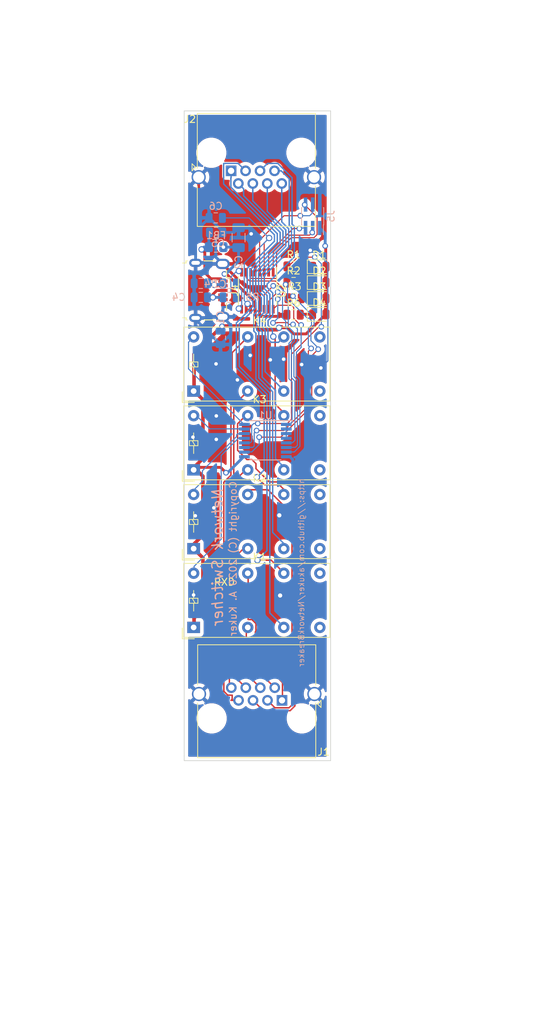
<source format=kicad_pcb>
(kicad_pcb (version 20171130) (host pcbnew "(5.1.4)-1")
  (title_block (date "15 nov 2012"))
  (layers (0 F.Cu signal) (31 B.Cu signal) (34 B.Paste user hide) (35 F.Paste user hide) (36 B.SilkS user) (37 F.SilkS user) (38 B.Mask user hide) (39 F.Mask user hide) (44 Edge.Cuts user hide))
  (net 0 "")
  (net 1 +5V)
  (net 2 GND)
  (net 3 "Net-(R4-Pad1)")
  (net 4 /FTDI_Controller/FTDI_3v3_Out)
  (net 5 /FTDI_Controller/FTDI_CTS)
  (net 6 /FTDI_Controller/FTDI_RTS)
  (net 7 /FTDI_Controller/FTDI_RXD)
  (net 8 /FTDI_Controller/FTDI_TXD)
  (net 9 /FTDI_Controller/USB_DM)
  (net 10 /FTDI_Controller/USB_DP)
  (net 11 "Net-(C5-Pad1)")
  (net 12 "Net-(D1-Pad1)")
  (net 13 "Net-(D2-Pad1)")
  (net 14 "Net-(D3-Pad1)")
  (net 15 "Net-(R5-Pad1)")
  (net 16 CBUS3)
  (net 17 CBUS2)
  (net 18 CBUS1)
  (net 19 CBUS0)
  (net 20 "Net-(D4-Pad1)")
  (net 21 ENET1_PIN8)
  (net 22 ENET1_PIN6)
  (net 23 ENET1_PIN4)
  (net 24 ENET1_PIN2)
  (net 25 ENET1_PIN7)
  (net 26 ENET1_PIN5)
  (net 27 ENET1_PIN3)
  (net 28 ENET1_PIN1)
  (net 29 ENET2_PIN8)
  (net 30 ENET2_PIN6)
  (net 31 ENET2_PIN4)
  (net 32 ENET2_PIN2)
  (net 33 ENET2_PIN7)
  (net 34 ENET2_PIN5)
  (net 35 ENET2_PIN3)
  (net 36 ENET2_PIN1)
  (net 37 "Net-(J4-Pad4)")
  (net 38 ENET3_PIN2)
  (net 39 RELAY_4_CTRL)
  (net 40 ENET3_PIN1)
  (net 41 ENET3_PIN4)
  (net 42 RELAY_3_CTRL)
  (net 43 ENET3_PIN3)
  (net 44 ENET3_PIN6)
  (net 45 RELAY_2_CTRL)
  (net 46 ENET3_PIN5)
  (net 47 ENET3_PIN8)
  (net 48 RELAY_1_CTRL)
  (net 49 ENET3_PIN7)
  (net 50 LED_1_CTRL)
  (net 51 LED_2_CTRL)
  (net 52 LED_3_CTRL)
  (module Resistor_SMD:R_0805_2012Metric (layer F.Cu) (at 215.55 79.89)
    (fp_text reference R3 (at 0 -1.65) (layer F.SilkS))
    (fp_text value R_Small)
    (pad 2 smd roundrect (at 0.9375 0) (size 0.975 1.4) (layers F.Cu F.Paste F.Mask) (net 14 "Net-(D3-Pad1)"))
    (pad 1 smd roundrect (at -0.9375 0) (size 0.975 1.4) (layers F.Cu F.Paste F.Mask) (net 52 LED_3_CTRL))
  )
  (module Package_SO:TSSOP-16_4.4x5mm_P0.65mm (layer B.Cu) (at 211.43 99.9 180)
    (fp_text reference U1 (at 0 3.55) (layer B.SilkS) (effects (justify mirror)))
    (fp_text value ULN2003)
    (pad 16 smd rect (at 2.95 2.275 180) (size 1.5 0.45) (layers B.Cu B.Paste B.Mask) (net 48 RELAY_1_CTRL))
    (pad 15 smd rect (at 2.95 1.625 180) (size 1.5 0.45) (layers B.Cu B.Paste B.Mask) (net 45 RELAY_2_CTRL))
    (pad 14 smd rect (at 2.95 0.975 180) (size 1.5 0.45) (layers B.Cu B.Paste B.Mask) (net 42 RELAY_3_CTRL))
    (pad 13 smd rect (at 2.95 0.325 180) (size 1.5 0.45) (layers B.Cu B.Paste B.Mask) (net 39 RELAY_4_CTRL))
    (pad 12 smd rect (at 2.95 -0.325 180) (size 1.5 0.45) (layers B.Cu B.Paste B.Mask) (net 50 LED_1_CTRL))
    (pad 11 smd rect (at 2.95 -0.975 180) (size 1.5 0.45) (layers B.Cu B.Paste B.Mask) (net 51 LED_2_CTRL))
    (pad 10 smd rect (at 2.95 -1.625 180) (size 1.5 0.45) (layers B.Cu B.Paste B.Mask) (net 52 LED_3_CTRL))
    (pad 9 smd rect (at 2.95 -2.275 180) (size 1.5 0.45) (layers B.Cu B.Paste B.Mask) (net 1 +5V))
    (pad 8 smd rect (at -2.95 -2.275 180) (size 1.5 0.45) (layers B.Cu B.Paste B.Mask) (net 2 GND))
    (pad 7 smd rect (at -2.95 -1.625 180) (size 1.5 0.45) (layers B.Cu B.Paste B.Mask) (net 16 CBUS3))
    (pad 6 smd rect (at -2.95 -0.975 180) (size 1.5 0.45) (layers B.Cu B.Paste B.Mask) (net 17 CBUS2))
    (pad 5 smd rect (at -2.95 -0.325 180) (size 1.5 0.45) (layers B.Cu B.Paste B.Mask) (net 18 CBUS1))
    (pad 4 smd rect (at -2.95 0.325 180) (size 1.5 0.45) (layers B.Cu B.Paste B.Mask) (net 19 CBUS0))
    (pad 3 smd rect (at -2.95 0.975 180) (size 1.5 0.45) (layers B.Cu B.Paste B.Mask) (net 19 CBUS0))
    (pad 2 smd rect (at -2.95 1.625 180) (size 1.5 0.45) (layers B.Cu B.Paste B.Mask) (net 19 CBUS0))
    (pad 1 smd rect (at -2.95 2.275 180) (size 1.5 0.45) (layers B.Cu B.Paste B.Mask) (net 19 CBUS0))
  )
  (module Resistor_SMD:R_0805_2012Metric (layer F.Cu) (at 215.41 82.195)
    (fp_text reference R6 (at 0 -1.65) (layer F.SilkS))
    (fp_text value R_Small)
    (pad 2 smd roundrect (at 0.9375 0) (size 0.975 1.4) (layers F.Cu F.Paste F.Mask) (net 20 "Net-(D4-Pad1)"))
    (pad 1 smd roundrect (at -0.9375 0) (size 0.975 1.4) (layers F.Cu F.Paste F.Mask) (net 2 GND))
  )
  (module Resistor_SMD:R_0805_2012Metric (layer F.Cu) (at 215.41 77.668333)
    (fp_text reference R2 (at 0 -1.65) (layer F.SilkS))
    (fp_text value R_Small)
    (pad 2 smd roundrect (at 0.9375 0) (size 0.975 1.4) (layers F.Cu F.Paste F.Mask) (net 13 "Net-(D2-Pad1)"))
    (pad 1 smd roundrect (at -0.9375 0) (size 0.975 1.4) (layers F.Cu F.Paste F.Mask) (net 51 LED_2_CTRL))
  )
  (module Resistor_SMD:R_0805_2012Metric (layer F.Cu) (at 215.41 75.405)
    (fp_text reference R1 (at 0 -1.65) (layer F.SilkS))
    (fp_text value R_Small)
    (pad 2 smd roundrect (at 0.9375 0) (size 0.975 1.4) (layers F.Cu F.Paste F.Mask) (net 12 "Net-(D1-Pad1)"))
    (pad 1 smd roundrect (at -0.9375 0) (size 0.975 1.4) (layers F.Cu F.Paste F.Mask) (net 50 LED_1_CTRL))
  )
  (module Relay_THT:Relay_DPDT_Finder_30.22 (layer F.Cu) (at 201.33 92.94)
    (fp_text reference K4 (at 9.3 -9.9) (layer F.SilkS))
    (fp_text value M4-5HAW)
    (pad 12 thru_hole circle (at 12.7 0 90) (size 1.6 1.6) (drill 0.8) (layers *.Cu *.Mask) (net 29 ENET2_PIN8))
    (pad 14 thru_hole circle (at 17.78 0 90) (size 1.6 1.6) (drill 0.8) (layers *.Cu *.Mask) (net 47 ENET3_PIN8))
    (pad 11 thru_hole circle (at 7.62 0 90) (size 1.6 1.6) (drill 0.8) (layers *.Cu *.Mask) (net 21 ENET1_PIN8))
    (pad A2 thru_hole circle (at 0 -7.62 90) (size 1.6 1.6) (drill 0.8) (layers *.Cu *.Mask) (net 48 RELAY_1_CTRL))
    (pad A1 thru_hole rect (at 0 0 90) (size 1.6 1.8) (drill 0.8) (layers *.Cu *.Mask) (net 1 +5V))
    (pad 24 thru_hole circle (at 17.78 -7.62 180) (size 1.6 1.6) (drill 0.8) (layers *.Cu *.Mask) (net 49 ENET3_PIN7))
    (pad 22 thru_hole circle (at 12.7 -7.62 90) (size 1.6 1.6) (drill 0.8) (layers *.Cu *.Mask) (net 33 ENET2_PIN7))
    (pad 21 thru_hole circle (at 7.62 -7.62 90) (size 1.6 1.6) (drill 0.8) (layers *.Cu *.Mask) (net 25 ENET1_PIN7))
  )
  (module Relay_THT:Relay_DPDT_Finder_30.22 (layer F.Cu) (at 201.33 104.02)
    (fp_text reference K3 (at 9.3 -9.9) (layer F.SilkS))
    (fp_text value M4-5HAW)
    (pad 12 thru_hole circle (at 12.7 0 90) (size 1.6 1.6) (drill 0.8) (layers *.Cu *.Mask) (net 30 ENET2_PIN6))
    (pad 14 thru_hole circle (at 17.78 0 90) (size 1.6 1.6) (drill 0.8) (layers *.Cu *.Mask) (net 44 ENET3_PIN6))
    (pad 11 thru_hole circle (at 7.62 0 90) (size 1.6 1.6) (drill 0.8) (layers *.Cu *.Mask) (net 22 ENET1_PIN6))
    (pad A2 thru_hole circle (at 0 -7.62 90) (size 1.6 1.6) (drill 0.8) (layers *.Cu *.Mask) (net 45 RELAY_2_CTRL))
    (pad A1 thru_hole rect (at 0 0 90) (size 1.6 1.8) (drill 0.8) (layers *.Cu *.Mask) (net 1 +5V))
    (pad 24 thru_hole circle (at 17.78 -7.62 180) (size 1.6 1.6) (drill 0.8) (layers *.Cu *.Mask) (net 46 ENET3_PIN5))
    (pad 22 thru_hole circle (at 12.7 -7.62 90) (size 1.6 1.6) (drill 0.8) (layers *.Cu *.Mask) (net 34 ENET2_PIN5))
    (pad 21 thru_hole circle (at 7.62 -7.62 90) (size 1.6 1.6) (drill 0.8) (layers *.Cu *.Mask) (net 26 ENET1_PIN5))
  )
  (module Relay_THT:Relay_DPDT_Finder_30.22 (layer F.Cu) (at 201.33 115.1)
    (fp_text reference K2 (at 9.3 -9.9) (layer F.SilkS))
    (fp_text value M4-5HAW)
    (pad 12 thru_hole circle (at 12.7 0 90) (size 1.6 1.6) (drill 0.8) (layers *.Cu *.Mask) (net 31 ENET2_PIN4))
    (pad 14 thru_hole circle (at 17.78 0 90) (size 1.6 1.6) (drill 0.8) (layers *.Cu *.Mask) (net 41 ENET3_PIN4))
    (pad 11 thru_hole circle (at 7.62 0 90) (size 1.6 1.6) (drill 0.8) (layers *.Cu *.Mask) (net 23 ENET1_PIN4))
    (pad A2 thru_hole circle (at 0 -7.62 90) (size 1.6 1.6) (drill 0.8) (layers *.Cu *.Mask) (net 42 RELAY_3_CTRL))
    (pad A1 thru_hole rect (at 0 0 90) (size 1.6 1.8) (drill 0.8) (layers *.Cu *.Mask) (net 1 +5V))
    (pad 24 thru_hole circle (at 17.78 -7.62 180) (size 1.6 1.6) (drill 0.8) (layers *.Cu *.Mask) (net 43 ENET3_PIN3))
    (pad 22 thru_hole circle (at 12.7 -7.62 90) (size 1.6 1.6) (drill 0.8) (layers *.Cu *.Mask) (net 35 ENET2_PIN3))
    (pad 21 thru_hole circle (at 7.62 -7.62 90) (size 1.6 1.6) (drill 0.8) (layers *.Cu *.Mask) (net 27 ENET1_PIN3))
  )
  (module Relay_THT:Relay_DPDT_Finder_30.22 (layer F.Cu) (at 201.33 126.18)
    (fp_text reference K1 (at 9.3 -9.9) (layer F.SilkS))
    (fp_text value M4-5HAW)
    (pad 12 thru_hole circle (at 12.7 0 90) (size 1.6 1.6) (drill 0.8) (layers *.Cu *.Mask) (net 32 ENET2_PIN2))
    (pad 14 thru_hole circle (at 17.78 0 90) (size 1.6 1.6) (drill 0.8) (layers *.Cu *.Mask) (net 38 ENET3_PIN2))
    (pad 11 thru_hole circle (at 7.62 0 90) (size 1.6 1.6) (drill 0.8) (layers *.Cu *.Mask) (net 24 ENET1_PIN2))
    (pad A2 thru_hole circle (at 0 -7.62 90) (size 1.6 1.6) (drill 0.8) (layers *.Cu *.Mask) (net 39 RELAY_4_CTRL))
    (pad A1 thru_hole rect (at 0 0 90) (size 1.6 1.8) (drill 0.8) (layers *.Cu *.Mask) (net 1 +5V))
    (pad 24 thru_hole circle (at 17.78 -7.62 180) (size 1.6 1.6) (drill 0.8) (layers *.Cu *.Mask) (net 40 ENET3_PIN1))
    (pad 22 thru_hole circle (at 12.7 -7.62 90) (size 1.6 1.6) (drill 0.8) (layers *.Cu *.Mask) (net 36 ENET2_PIN1))
    (pad 21 thru_hole circle (at 7.62 -7.62 90) (size 1.6 1.6) (drill 0.8) (layers *.Cu *.Mask) (net 28 ENET1_PIN1))
  )
  (module LED_SMD:LED_0805_2012Metric (layer F.Cu) (at 219.03 82.15)
    (fp_text reference D4 (at 0 -1.65) (layer F.SilkS))
    (fp_text value LED_Small)
    (pad 2 smd roundrect (at 0.9375 0) (size 0.975 1.4) (layers F.Cu F.Paste F.Mask) (net 1 +5V))
    (pad 1 smd roundrect (at -0.9375 0) (size 0.975 1.4) (layers F.Cu F.Paste F.Mask) (net 20 "Net-(D4-Pad1)"))
  )
  (module LED_SMD:LED_0805_2012Metric (layer F.Cu) (at 219.03 79.916666)
    (fp_text reference D3 (at 0 -1.65) (layer F.SilkS))
    (fp_text value LED_Small)
    (pad 2 smd roundrect (at 0.9375 0) (size 0.975 1.4) (layers F.Cu F.Paste F.Mask) (net 1 +5V))
    (pad 1 smd roundrect (at -0.9375 0) (size 0.975 1.4) (layers F.Cu F.Paste F.Mask) (net 14 "Net-(D3-Pad1)"))
  )
  (module LED_SMD:LED_0805_2012Metric (layer F.Cu) (at 219.03 77.683333)
    (fp_text reference D2 (at 0 -1.65) (layer F.SilkS))
    (fp_text value LED_Small)
    (pad 2 smd roundrect (at 0.9375 0) (size 0.975 1.4) (layers F.Cu F.Paste F.Mask) (net 1 +5V))
    (pad 1 smd roundrect (at -0.9375 0) (size 0.975 1.4) (layers F.Cu F.Paste F.Mask) (net 13 "Net-(D2-Pad1)"))
  )
  (module LED_SMD:LED_0805_2012Metric (layer F.Cu) (at 219.03 75.45)
    (fp_text reference D1 (at 0 -1.65) (layer F.SilkS))
    (fp_text value LED_Small)
    (pad 2 smd roundrect (at 0.9375 0) (size 0.975 1.4) (layers F.Cu F.Paste F.Mask) (net 1 +5V))
    (pad 1 smd roundrect (at -0.9375 0) (size 0.975 1.4) (layers F.Cu F.Paste F.Mask) (net 12 "Net-(D1-Pad1)"))
  )
  (module Connector_PinHeader_1.00mm:PinHeader_2x03_P1.00mm_Vertical_SMD (layer B.Cu) (at 218.0975 68.3517 90)
    (fp_text reference J5 (at 0 2.56 -90) (layer B.SilkS) (effects (justify mirror)))
    (fp_text value Conn_01x06)
    (pad 6 smd rect (at 1.65 -1 90) (size 2 0.5) (layers B.Cu B.Paste B.Mask) (net 5 /FTDI_Controller/FTDI_CTS))
    (pad 5 smd rect (at -1.65 -1 90) (size 2 0.5) (layers B.Cu B.Paste B.Mask) (net 6 /FTDI_Controller/FTDI_RTS))
    (pad 4 smd rect (at 1.65 0 90) (size 2 0.5) (layers B.Cu B.Paste B.Mask) (net 7 /FTDI_Controller/FTDI_RXD))
    (pad 3 smd rect (at -1.65 0 90) (size 2 0.5) (layers B.Cu B.Paste B.Mask) (net 8 /FTDI_Controller/FTDI_TXD))
    (pad 2 smd rect (at 1.65 1 90) (size 2 0.5) (layers B.Cu B.Paste B.Mask) (net 2 GND))
    (pad 1 smd rect (at -1.65 1 90) (size 2 0.5) (layers B.Cu B.Paste B.Mask) (net 1 +5V))
  )
  (module Resistor_SMD:R_0805_2012Metric (layer B.Cu) (at 206.4008 79.760532 180)
    (fp_text reference R5 (at -3.2258 0.0508) (layer B.SilkS) (effects (justify mirror)))
    (fp_text value 27)
    (pad 2 smd roundrect (at 0.9375 0 180) (size 0.975 1.4) (layers B.Cu B.Paste B.Mask) (net 10 /FTDI_Controller/USB_DP))
    (pad 1 smd roundrect (at -0.9375 0 180) (size 0.975 1.4) (layers B.Cu B.Paste B.Mask) (net 15 "Net-(R5-Pad1)"))
  )
  (module Resistor_SMD:R_0805_2012Metric (layer B.Cu) (at 206.4008 77.8005 180)
    (fp_text reference R4 (at 2.6416 -0.0254) (layer B.SilkS) (effects (justify mirror)))
    (fp_text value 27)
    (pad 2 smd roundrect (at 0.9375 0 180) (size 0.975 1.4) (layers B.Cu B.Paste B.Mask) (net 9 /FTDI_Controller/USB_DM))
    (pad 1 smd roundrect (at -0.9375 0 180) (size 0.975 1.4) (layers B.Cu B.Paste B.Mask) (net 3 "Net-(R4-Pad1)"))
  )
  (module Resistor_SMD:R_0805_2012Metric_Pad1.15x1.40mm_HandSolder (layer B.Cu) (at 204.4958 72.6951 180)
    (fp_text reference FB1 (at 0 1.65) (layer B.SilkS) (effects (justify mirror)))
    (fp_text value Ferrite_Bead_Small)
    (pad 2 smd roundrect (at 1.025 0 180) (size 1.15 1.4) (layers B.Cu B.Paste B.Mask) (roundrect_rratio 0.217391) (net 11 "Net-(C5-Pad1)"))
    (pad 1 smd roundrect (at -1.025 0 180) (size 1.15 1.4) (layers B.Cu B.Paste B.Mask) (roundrect_rratio 0.217391) (net 1 +5V))
  )
  (module Capacitor_SMD:C_0805_2012Metric (layer B.Cu) (at 204.4958 70.625)
    (fp_text reference C5 (at 0.254 1.524 180) (layer B.SilkS) (effects (justify mirror)))
    (fp_text value 10nF)
    (pad 2 smd roundrect (at 0.9375 0) (size 0.975 1.4) (layers B.Cu B.Paste B.Mask) (net 2 GND))
    (pad 1 smd roundrect (at -0.9375 0) (size 0.975 1.4) (layers B.Cu B.Paste B.Mask) (net 11 "Net-(C5-Pad1)"))
  )
  (module Capacitor_SMD:C_0805_2012Metric (layer B.Cu) (at 204.445 68.5803 180)
    (fp_text reference C6 (at 0 1.65) (layer B.SilkS) (effects (justify mirror)))
    (fp_text value 100nF)
    (pad 2 smd roundrect (at 0.9375 0 180) (size 0.975 1.4) (layers B.Cu B.Paste B.Mask) (net 2 GND))
    (pad 1 smd roundrect (at -0.9375 0 180) (size 0.975 1.4) (layers B.Cu B.Paste B.Mask) (net 4 /FTDI_Controller/FTDI_3v3_Out))
  )
  (module Capacitor_SMD:C_0805_2012Metric (layer B.Cu) (at 202.3368 79.760532 180)
    (fp_text reference C4 (at 3.0988 0.0254) (layer B.SilkS) (effects (justify mirror)))
    (fp_text value 47pF)
    (pad 2 smd roundrect (at 0.9375 0 180) (size 0.975 1.4) (layers B.Cu B.Paste B.Mask) (net 2 GND))
    (pad 1 smd roundrect (at -0.9375 0 180) (size 0.975 1.4) (layers B.Cu B.Paste B.Mask) (net 10 /FTDI_Controller/USB_DP))
  )
  (module Capacitor_SMD:C_0805_2012Metric (layer B.Cu) (at 202.3368 77.8005 180)
    (fp_text reference C3 (at -2.6416 -0.1016) (layer B.SilkS) (effects (justify mirror)))
    (fp_text value 47pF)
    (pad 2 smd roundrect (at 0.9375 0 180) (size 0.975 1.4) (layers B.Cu B.Paste B.Mask) (net 2 GND))
    (pad 1 smd roundrect (at -0.9375 0 180) (size 0.975 1.4) (layers B.Cu B.Paste B.Mask) (net 9 /FTDI_Controller/USB_DM))
  )
  (module Capacitor_SMD:C_1206_3216Metric (layer B.Cu) (at 207.6581 71.3616 90)
    (fp_text reference C2 (at -3.4544 0.0254 90) (layer B.SilkS) (effects (justify mirror)))
    (fp_text value 4.7uF)
    (pad 2 smd roundrect (at 1.4 0 90) (size 1.25 1.75) (layers B.Cu B.Paste B.Mask) (roundrect_rratio 0.2) (net 2 GND))
    (pad 1 smd roundrect (at -1.4 0 90) (size 1.25 1.75) (layers B.Cu B.Paste B.Mask) (roundrect_rratio 0.2) (net 1 +5V))
  )
  (module Capacitor_SMD:C_0805_2012Metric (layer B.Cu) (at 205.1181 85.4459 270)
    (fp_text reference C1 (at -2.8448 0 90) (layer B.SilkS) (effects (justify mirror)))
    (fp_text value 100nF)
    (pad 2 smd roundrect (at 0.9375 0 270) (size 0.975 1.4) (layers B.Cu B.Paste B.Mask) (net 2 GND))
    (pad 1 smd roundrect (at -0.9375 0 270) (size 0.975 1.4) (layers B.Cu B.Paste B.Mask) (net 1 +5V))
  )
  (module Package_SO:SSOP-16_3.9x4.9mm_P0.635mm (layer F.Cu) (at 210.3124 78.8292 270)
    (fp_text reference U2 (at 0 -3.5 270) (layer F.SilkS))
    (fp_text value FT230XS)
    (pad 16 smd rect (at 2.6 -2.2225 270) (size 1.2 0.4) (layers F.Cu F.Paste F.Mask) (net 16 CBUS3))
    (pad 15 smd rect (at 2.6 -1.5875 270) (size 1.2 0.4) (layers F.Cu F.Paste F.Mask) (net 19 CBUS0))
    (pad 14 smd rect (at 2.6 -0.9525 270) (size 1.2 0.4) (layers F.Cu F.Paste F.Mask) (net 18 CBUS1))
    (pad 13 smd rect (at 2.6 -0.3175 270) (size 1.2 0.4) (layers F.Cu F.Paste F.Mask) (net 2 GND))
    (pad 12 smd rect (at 2.6 0.3175 270) (size 1.2 0.4) (layers F.Cu F.Paste F.Mask) (net 1 +5V))
    (pad 11 smd rect (at 2.6 0.9525 270) (size 1.2 0.4) (layers F.Cu F.Paste F.Mask) (net 4 /FTDI_Controller/FTDI_3v3_Out))
    (pad 10 smd rect (at 2.6 1.5875 270) (size 1.2 0.4) (layers F.Cu F.Paste F.Mask) (net 4 /FTDI_Controller/FTDI_3v3_Out))
    (pad 9 smd rect (at 2.6 2.2225 270) (size 1.2 0.4) (layers F.Cu F.Paste F.Mask) (net 3 "Net-(R4-Pad1)"))
    (pad 8 smd rect (at -2.6 2.2225 270) (size 1.2 0.4) (layers F.Cu F.Paste F.Mask) (net 15 "Net-(R5-Pad1)"))
    (pad 7 smd rect (at -2.6 1.5875 270) (size 1.2 0.4) (layers F.Cu F.Paste F.Mask) (net 17 CBUS2))
    (pad 6 smd rect (at -2.6 0.9525 270) (size 1.2 0.4) (layers F.Cu F.Paste F.Mask) (net 5 /FTDI_Controller/FTDI_CTS))
    (pad 5 smd rect (at -2.6 0.3175 270) (size 1.2 0.4) (layers F.Cu F.Paste F.Mask) (net 2 GND))
    (pad 4 smd rect (at -2.6 -0.3175 270) (size 1.2 0.4) (layers F.Cu F.Paste F.Mask) (net 7 /FTDI_Controller/FTDI_RXD))
    (pad 3 smd rect (at -2.6 -0.9525 270) (size 1.2 0.4) (layers F.Cu F.Paste F.Mask) (net 4 /FTDI_Controller/FTDI_3v3_Out))
    (pad 2 smd rect (at -2.6 -1.5875 270) (size 1.2 0.4) (layers F.Cu F.Paste F.Mask) (net 6 /FTDI_Controller/FTDI_RTS))
    (pad 1 smd rect (at -2.6 -2.2225 270) (size 1.2 0.4) (layers F.Cu F.Paste F.Mask) (net 8 /FTDI_Controller/FTDI_TXD))
  )
  (module Connector_USB:USB_Micro-B_Wuerth_629105150521 (layer F.Cu) (at 203.556 78.7784 270)
    (fp_text reference J4 (at 0 -3.5 90) (layer F.SilkS))
    (fp_text value USB_B_Micro)
    (pad "" np_thru_hole oval (at 2.5 -0.8 270) (size 0.8 0.8) (drill 0.8) (layers *.Cu *.Mask))
    (pad "" np_thru_hole oval (at -2.5 -0.8 270) (size 0.8 0.8) (drill 0.8) (layers *.Cu *.Mask))
    (pad 6 thru_hole oval (at 3.875 1.95 270) (size 1.15 1.8) (drill oval 0.55 1.2) (layers *.Cu *.Mask) (net 2 GND))
    (pad 6 thru_hole oval (at -3.875 1.95 270) (size 1.15 1.8) (drill oval 0.55 1.2) (layers *.Cu *.Mask) (net 2 GND))
    (pad 6 thru_hole oval (at 3.725 -1.85 270) (size 1.45 2) (drill oval 0.85 1.4) (layers *.Cu *.Mask) (net 2 GND))
    (pad 6 thru_hole oval (at -3.725 -1.85 270) (size 1.45 2) (drill oval 0.85 1.4) (layers *.Cu *.Mask) (net 2 GND))
    (pad 5 smd rect (at 1.3 -1.9 270) (size 0.45 1.3) (layers F.Cu F.Paste F.Mask) (net 2 GND))
    (pad 4 smd rect (at 0.65 -1.9 270) (size 0.45 1.3) (layers F.Cu F.Paste F.Mask) (net 37 "Net-(J4-Pad4)"))
    (pad 3 smd rect (at 0 -1.9 270) (size 0.45 1.3) (layers F.Cu F.Paste F.Mask) (net 10 /FTDI_Controller/USB_DP))
    (pad 2 smd rect (at -0.65 -1.9 270) (size 0.45 1.3) (layers F.Cu F.Paste F.Mask) (net 9 /FTDI_Controller/USB_DM))
    (pad 1 smd rect (at -1.3 -1.9 270) (size 0.45 1.3) (layers F.Cu F.Paste F.Mask) (net 11 "Net-(C5-Pad1)"))
  )
  (module Connector_RJ:RJ45_Amphenol_RJHSE5380 (layer F.Cu) (at 206.604 61.9636)
    (fp_text reference J2 (at -5.80625 -7.2644) (layer F.SilkS))
    (fp_text value 8P8C_Shielded)
    (pad SH thru_hole circle (at -4.57 0.89) (size 2 2) (drill 1.57) (layers *.Cu *.Mask) (net 2 GND))
    (pad SH thru_hole circle (at 11.69 0.89) (size 2 2) (drill 1.57) (layers *.Cu *.Mask) (net 2 GND))
    (pad "" np_thru_hole circle (at 9.91 -2.54) (size 3.25 3.25) (drill 3.25) (layers *.Cu *.Mask))
    (pad "" np_thru_hole circle (at -2.79 -2.54) (size 3.25 3.25) (drill 3.25) (layers *.Cu *.Mask))
    (pad 8 thru_hole circle (at 7.14 1.78) (size 1.5 1.5) (drill 0.89) (layers *.Cu *.Mask) (net 29 ENET2_PIN8))
    (pad 6 thru_hole circle (at 5.1 1.78) (size 1.5 1.5) (drill 0.89) (layers *.Cu *.Mask) (net 30 ENET2_PIN6))
    (pad 4 thru_hole circle (at 3.06 1.78) (size 1.5 1.5) (drill 0.89) (layers *.Cu *.Mask) (net 31 ENET2_PIN4))
    (pad 2 thru_hole circle (at 1.02 1.78) (size 1.5 1.5) (drill 0.89) (layers *.Cu *.Mask) (net 32 ENET2_PIN2))
    (pad 7 thru_hole circle (at 6.12 0) (size 1.5 1.5) (drill 0.89) (layers *.Cu *.Mask) (net 33 ENET2_PIN7))
    (pad 5 thru_hole circle (at 4.08 0) (size 1.5 1.5) (drill 0.89) (layers *.Cu *.Mask) (net 34 ENET2_PIN5))
    (pad 3 thru_hole circle (at 2.04 0) (size 1.5 1.5) (drill 0.89) (layers *.Cu *.Mask) (net 35 ENET2_PIN3))
    (pad 1 thru_hole rect (at 0 0) (size 1.5 1.5) (drill 0.89) (layers *.Cu *.Mask) (net 36 ENET2_PIN1))
  )
  (module Connector_RJ:RJ45_Amphenol_RJHSE5380 (layer F.Cu) (at 213.7748 136.4364 180)
    (fp_text reference J1 (at -5.8634 -7.2644) (layer F.SilkS))
    (fp_text value 8P8C_Shielded)
    (pad SH thru_hole circle (at -4.57 0.89 180) (size 2 2) (drill 1.57) (layers *.Cu *.Mask) (net 2 GND))
    (pad SH thru_hole circle (at 11.69 0.89 180) (size 2 2) (drill 1.57) (layers *.Cu *.Mask) (net 2 GND))
    (pad "" np_thru_hole circle (at 9.91 -2.54 180) (size 3.25 3.25) (drill 3.25) (layers *.Cu *.Mask))
    (pad "" np_thru_hole circle (at -2.79 -2.54 180) (size 3.25 3.25) (drill 3.25) (layers *.Cu *.Mask))
    (pad 8 thru_hole circle (at 7.14 1.78 180) (size 1.5 1.5) (drill 0.89) (layers *.Cu *.Mask) (net 21 ENET1_PIN8))
    (pad 6 thru_hole circle (at 5.1 1.78 180) (size 1.5 1.5) (drill 0.89) (layers *.Cu *.Mask) (net 22 ENET1_PIN6))
    (pad 4 thru_hole circle (at 3.06 1.78 180) (size 1.5 1.5) (drill 0.89) (layers *.Cu *.Mask) (net 23 ENET1_PIN4))
    (pad 2 thru_hole circle (at 1.02 1.78 180) (size 1.5 1.5) (drill 0.89) (layers *.Cu *.Mask) (net 24 ENET1_PIN2))
    (pad 7 thru_hole circle (at 6.12 0 180) (size 1.5 1.5) (drill 0.89) (layers *.Cu *.Mask) (net 25 ENET1_PIN7))
    (pad 5 thru_hole circle (at 4.08 0 180) (size 1.5 1.5) (drill 0.89) (layers *.Cu *.Mask) (net 26 ENET1_PIN5))
    (pad 3 thru_hole circle (at 2.04 0 180) (size 1.5 1.5) (drill 0.89) (layers *.Cu *.Mask) (net 27 ENET1_PIN3))
    (pad 1 thru_hole rect (at 0 0 180) (size 1.5 1.5) (drill 0.89) (layers *.Cu *.Mask) (net 28 ENET1_PIN1))
  )
  (gr_line (start 200 144.92) (end 200 144.2596) (layer Edge.Cuts) (width 0.1))
  (gr_line (start 220.6248 144.92) (end 200 144.92) (layer Edge.Cuts) (width 0.1))
  (gr_line (start 220.6248 99.962) (end 220.6248 144.92) (layer Edge.Cuts) (width 0.1))
  (gr_line (start 220.6248 99.962) (end 220.6248 53.5308) (layer Edge.Cuts) (width 0.1))
  (gr_line (start 200 53.5308) (end 220.6248 53.5308) (layer Edge.Cuts) (width 0.1))
  (gr_line (start 200 144.2596) (end 200 53.5308) (layer Edge.Cuts) (width 0.1))
  (gr_text RXD (at 205.6642 119.7994) (layer F.SilkS) (effects (font (size 1 1))))
  (gr_text https://github.com/akuker/NetworkBreaker (at 216.4973 118.4786 90) (layer B.SilkS) (effects (font (size 0.8 0.8) (thickness 0.1)) (justify mirror)))
  (gr_text "Copyright (C) 2020 A. Kuker" (at 206.8834 116.5101 90) (layer B.SilkS) (effects (font (size 1 1)) (justify mirror)))
  (gr_text "Network Switcher" (at 204.699 116.2307 90) (layer B.SilkS) (effects (font (size 1.5 1.5) (thickness 0.2) italic) (justify mirror)))
  (segment (start 202.637301 94.150801) (end 201.3873 92.9008) (width 0.5) (layer F.Cu) (net 1))
  (segment (start 202.637301 102.420399) (end 202.637301 94.150801) (width 0.5) (layer F.Cu) (net 1))
  (segment (start 201.3873 103.6704) (end 202.637301 102.420399) (width 0.5) (layer F.Cu) (net 1))
  (segment (start 219.9367 82.1312) (end 219.9367 79.896) (width 0.5) (layer F.Cu) (net 1))
  (segment (start 219.9367 79.896) (end 219.9367 77.6608) (width 0.5) (layer F.Cu) (net 1))
  (segment (start 219.9367 77.6608) (end 219.9367 75.4256) (width 0.5) (layer F.Cu) (net 1))
  (segment (start 201.3873 92.9008) (end 201.3873 87.7289) (width 0.5) (layer F.Cu) (net 1))
  (segment (start 201.3873 87.7289) (end 205.326425 83.789775) (width 0.5) (layer F.Cu) (net 1))
  (segment (start 209.9949 83.6933) (end 210.091375 83.789775) (width 0.4) (layer F.Cu) (net 1))
  (segment (start 209.9949 81.4292) (end 209.9949 83.6933) (width 0.4) (layer F.Cu) (net 1))
  (segment (start 205.326425 83.789775) (end 210.091375 83.789775) (width 0.5) (layer F.Cu) (net 1))
  (segment (start 207.5916 72.6951) (end 207.6581 72.7616) (width 0.4) (layer B.Cu) (net 1))
  (segment (start 205.5208 72.6951) (end 207.5916 72.6951) (width 0.4) (layer B.Cu) (net 1))
  (via (at 205.5208 72.6951) (size 0.8) (drill 0.5) (layers F.Cu B.Cu) (net 1))
  (segment (start 205.5245 72.6951) (end 205.5208 72.6951) (width 0.4) (layer F.Cu) (net 1))
  (segment (start 201.3873 103.6704) (end 205.13391 103.6704) (width 0.4) (layer F.Cu) (net 1))
  (segment (start 206.126 104.4197) (end 205.88321 104.4197) (width 0.4) (layer B.Cu) (net 1))
  (segment (start 205.13391 103.6704) (end 205.88321 104.4197) (width 0.4) (layer F.Cu) (net 1))
  (segment (start 208.3947 102.151) (end 206.126 104.4197) (width 0.4) (layer B.Cu) (net 1))
  (via (at 205.88321 104.4197) (size 0.8) (drill 0.5) (layers F.Cu B.Cu) (net 1))
  (via (at 205.6642 76.467) (size 0.8) (drill 0.5) (layers F.Cu B.Cu) (net 1))
  (segment (start 207.6581 74.667304) (end 207.6581 72.7616) (width 0.4) (layer B.Cu) (net 1))
  (segment (start 205.858404 76.467) (end 207.6581 74.667304) (width 0.4) (layer B.Cu) (net 1))
  (segment (start 205.6642 76.467) (end 205.858404 76.467) (width 0.4) (layer B.Cu) (net 1))
  (segment (start 209.9949 81.4292) (end 209.9949 80.502744) (width 0.4) (layer F.Cu) (net 1))
  (segment (start 209.9949 80.502744) (end 205.959156 76.467) (width 0.4) (layer F.Cu) (net 1))
  (segment (start 205.959156 76.467) (end 205.6642 76.467) (width 0.4) (layer F.Cu) (net 1))
  (via (at 205.326425 83.8284) (size 0.8) (drill 0.5) (layers F.Cu B.Cu) (net 1))
  (segment (start 205.1181 84.036725) (end 205.326425 83.8284) (width 0.4) (layer B.Cu) (net 1))
  (segment (start 205.1181 84.5084) (end 205.1181 84.036725) (width 0.4) (layer B.Cu) (net 1))
  (segment (start 219.0975 70.0017) (end 219.858982 70.763182) (width 0.4) (layer B.Cu) (net 1))
  (segment (start 219.9367 72.600543) (end 219.858982 72.522825) (width 0.4) (layer F.Cu) (net 1))
  (segment (start 219.858982 70.763182) (end 219.858982 72.522825) (width 0.4) (layer B.Cu) (net 1))
  (via (at 219.858982 72.522825) (size 0.8) (drill 0.5) (layers F.Cu B.Cu) (net 1))
  (segment (start 219.9367 75.4256) (end 219.9367 72.600543) (width 0.4) (layer F.Cu) (net 1))
  (segment (start 210.091375 83.789775) (end 210.616301 84.314701) (width 0.5) (layer F.Cu) (net 1))
  (segment (start 214.600212 84.03621) (end 213.992314 84.03621) (width 0.4) (layer F.Cu) (net 1))
  (segment (start 210.616301 84.314701) (end 213.077427 84.314701) (width 0.5) (layer F.Cu) (net 1))
  (via (at 213.355918 84.03621) (size 0.9) (drill 0.6) (layers F.Cu B.Cu) (net 1))
  (segment (start 213.490731 83.901397) (end 213.355918 84.03621) (width 0.5) (layer F.Cu) (net 1))
  (segment (start 215.463703 84.899701) (end 214.600212 84.03621) (width 0.4) (layer F.Cu) (net 1))
  (segment (start 213.992314 84.03621) (end 213.355918 84.03621) (width 0.4) (layer F.Cu) (net 1))
  (segment (start 217.168199 84.899701) (end 215.463703 84.899701) (width 0.4) (layer F.Cu) (net 1))
  (segment (start 219.9367 82.1312) (end 217.168199 84.899701) (width 0.4) (layer F.Cu) (net 1))
  (segment (start 213.693421 83.901397) (end 213.490731 83.901397) (width 0.5) (layer F.Cu) (net 1))
  (segment (start 213.077427 84.314701) (end 213.355918 84.03621) (width 0.5) (layer F.Cu) (net 1))
  (segment (start 201.3873 124.8748) (end 202.637301 123.624799) (width 0.5) (layer F.Cu) (net 1))
  (segment (start 202.637301 104.920401) (end 201.3873 103.6704) (width 0.5) (layer F.Cu) (net 1))
  (segment (start 201.3873 126.1748) (end 201.3873 124.8748) (width 0.5) (layer F.Cu) (net 1))
  (segment (start 202.637301 123.624799) (end 202.637301 116.407301) (width 0.5) (layer F.Cu) (net 1))
  (segment (start 202.637301 116.407301) (end 201.02865 114.79865) (width 0.5) (layer F.Cu) (net 1))
  (segment (start 201.02865 114.79865) (end 202.637301 113.189999) (width 0.5) (layer F.Cu) (net 1))
  (segment (start 202.637301 113.189999) (end 202.637301 104.920401) (width 0.5) (layer F.Cu) (net 1))
  (via (at 213.5128 121.6917) (size 0.9) (drill 0.6) (layers F.Cu B.Cu) (net 2))
  (via (at 213.3985 110.4141) (size 0.9) (drill 0.6) (layers F.Cu B.Cu) (net 2))
  (segment (start 215.287301 108.525299) (end 213.3985 110.4141) (width 0.4) (layer B.Cu) (net 2))
  (segment (start 215.287301 102.581101) (end 215.287301 108.525299) (width 0.4) (layer B.Cu) (net 2))
  (segment (start 214.8572 102.151) (end 215.287301 102.581101) (width 0.4) (layer B.Cu) (net 2))
  (segment (start 214.1197 102.151) (end 214.8572 102.151) (width 0.4) (layer B.Cu) (net 2))
  (segment (start 204.44581 71.61249) (end 204.44581 74.09321) (width 0.4) (layer B.Cu) (net 2))
  (segment (start 204.44581 74.09321) (end 205.406 75.0534) (width 0.4) (layer B.Cu) (net 2))
  (segment (start 205.4333 70.625) (end 204.44581 71.61249) (width 0.4) (layer B.Cu) (net 2))
  (segment (start 206.9947 70.625) (end 207.6581 69.9616) (width 0.4) (layer B.Cu) (net 2))
  (segment (start 205.4333 70.625) (end 206.9947 70.625) (width 0.4) (layer B.Cu) (net 2))
  (segment (start 205.4333 70.5061) (end 203.5075 68.5803) (width 0.4) (layer B.Cu) (net 2))
  (segment (start 205.4333 70.625) (end 205.4333 70.5061) (width 0.4) (layer B.Cu) (net 2))
  (segment (start 201.606 70.4818) (end 203.5075 68.5803) (width 0.4) (layer B.Cu) (net 2))
  (segment (start 201.606 74.9034) (end 201.606 70.4818) (width 0.4) (layer B.Cu) (net 2))
  (via (at 217.7546 73.1396) (size 0.8) (drill 0.5) (layers F.Cu B.Cu) (net 2))
  (via (at 207.493 91.3641) (size 0.8) (drill 0.5) (layers F.Cu B.Cu) (net 2))
  (via (at 209.2964 87.9224) (size 0.8) (drill 0.5) (layers F.Cu B.Cu) (net 2))
  (via (at 204.5212 99.7334) (size 0.8) (drill 0.5) (layers F.Cu B.Cu) (net 2))
  (via (at 204.5212 96.4314) (size 0.8) (drill 0.5) (layers F.Cu B.Cu) (net 2))
  (via (at 212.1285 88.5447) (size 0.8) (drill 0.5) (layers F.Cu B.Cu) (net 2))
  (via (at 204.4831 89.1162) (size 0.8) (drill 0.5) (layers F.Cu B.Cu) (net 2))
  (via (at 204.1783 109.36) (size 0.8) (drill 0.5) (layers F.Cu B.Cu) (net 2))
  (via (at 201.2319 99.4159) (size 0.8) (drill 0.5) (layers F.Cu B.Cu) (net 2))
  (via (at 201.5621 110.4776) (size 0.8) (drill 0.5) (layers F.Cu B.Cu) (net 2))
  (via (at 201.3208 121.6155) (size 0.8) (drill 0.5) (layers F.Cu B.Cu) (net 2))
  (segment (start 210.6299 81.4292) (end 210.6299 78.8292) (width 0.4) (layer F.Cu) (net 2))
  (segment (start 210.6299 78.8292) (end 210.0711 78.2704) (width 0.4) (layer F.Cu) (net 2))
  (segment (start 210.0711 78.2704) (end 208.611098 78.2704) (width 0.4) (layer F.Cu) (net 2))
  (segment (start 208.611098 78.2704) (end 205.406 75.065302) (width 0.4) (layer F.Cu) (net 2))
  (segment (start 205.406 75.065302) (end 205.406 75.0534) (width 0.4) (layer F.Cu) (net 2))
  (via (at 214.004988 88.4558) (size 0.8) (drill 0.5) (layers F.Cu B.Cu) (net 2))
  (segment (start 214.6581 82.1312) (end 214.3601 82.4292) (width 0.4) (layer F.Cu) (net 2))
  (segment (start 210.6299 82.4292) (end 210.6299 81.4292) (width 0.4) (layer F.Cu) (net 2))
  (segment (start 214.3601 82.4292) (end 210.6299 82.4292) (width 0.4) (layer F.Cu) (net 2))
  (via (at 216.5481 89.2051) (size 0.8) (drill 0.5) (layers F.Cu B.Cu) (net 2))
  (via (at 219.2532 89.6877) (size 0.8) (drill 0.5) (layers F.Cu B.Cu) (net 2))
  (segment (start 205.406 80.1284) (end 205.456 80.0784) (width 0.1524) (layer F.Cu) (net 2))
  (segment (start 205.406 82.5034) (end 205.406 80.1284) (width 0.1524) (layer F.Cu) (net 2))
  (segment (start 206.21811 83.31551) (end 206.21811 83.33281) (width 0.4) (layer B.Cu) (net 2))
  (segment (start 205.406 82.5034) (end 206.21811 83.31551) (width 0.4) (layer B.Cu) (net 2))
  (segment (start 206.21811 83.33281) (end 206.5913 83.706) (width 0.4) (layer B.Cu) (net 2))
  (segment (start 206.5913 84.9102) (end 205.1181 86.3834) (width 0.4) (layer B.Cu) (net 2))
  (segment (start 206.5913 83.706) (end 206.5913 84.9102) (width 0.4) (layer B.Cu) (net 2))
  (segment (start 201.606 82.8713) (end 201.606 82.6534) (width 0.4) (layer B.Cu) (net 2))
  (segment (start 205.1181 86.3834) (end 201.606 82.8713) (width 0.4) (layer B.Cu) (net 2))
  (segment (start 202.034 64.267813) (end 202.034 62.8536) (width 0.4) (layer F.Cu) (net 2))
  (segment (start 209.010396 75.2292) (end 208.052698 74.271502) (width 0.4) (layer F.Cu) (net 2))
  (segment (start 208.052698 73.58152) (end 202.034 67.562822) (width 0.4) (layer F.Cu) (net 2))
  (segment (start 209.9949 75.2292) (end 209.010396 75.2292) (width 0.4) (layer F.Cu) (net 2))
  (segment (start 202.034 67.562822) (end 202.034 64.267813) (width 0.4) (layer F.Cu) (net 2))
  (segment (start 208.052698 74.271502) (end 208.052698 73.58152) (width 0.4) (layer F.Cu) (net 2))
  (segment (start 209.9949 76.2292) (end 209.9949 75.2292) (width 0.4) (layer F.Cu) (net 2))
  (via (at 209.4361 70.8282) (size 0.8) (drill 0.5) (layers F.Cu B.Cu) (net 2))
  (segment (start 218.71252 73.430748) (end 218.045748 73.430748) (width 0.1524) (layer B.Cu) (net 2))
  (segment (start 220.243501 74.961729) (end 218.71252 73.430748) (width 0.1524) (layer B.Cu) (net 2))
  (segment (start 218.045748 73.430748) (end 217.7546 73.1396) (width 0.1524) (layer B.Cu) (net 2))
  (segment (start 220.243501 88.697399) (end 220.243501 74.961729) (width 0.1524) (layer B.Cu) (net 2))
  (segment (start 219.2532 89.6877) (end 220.243501 88.697399) (width 0.1524) (layer B.Cu) (net 2))
  (segment (start 206.983222 104.92139) (end 206.983222 94.924878) (width 0.2) (layer F.Cu) (net 21))
  (segment (start 206.365559 105.539053) (end 206.983222 104.92139) (width 0.2) (layer F.Cu) (net 21))
  (segment (start 206.983222 94.924878) (end 209.0073 92.9008) (width 0.2) (layer F.Cu) (net 21))
  (segment (start 206.6348 134.6564) (end 206.365559 134.387159) (width 0.2) (layer F.Cu) (net 21))
  (segment (start 206.365559 134.387159) (end 206.365559 105.539053) (width 0.2) (layer F.Cu) (net 21))
  (segment (start 208.6748 134.6564) (end 206.76557 132.74717) (width 0.2) (layer F.Cu) (net 22))
  (segment (start 206.76557 105.91213) (end 209.0073 103.6704) (width 0.2) (layer F.Cu) (net 22))
  (segment (start 206.76557 132.74717) (end 206.76557 105.91213) (width 0.2) (layer F.Cu) (net 22))
  (segment (start 210.7148 134.6564) (end 207.165581 131.107181) (width 0.2) (layer F.Cu) (net 23))
  (segment (start 207.165581 116.281719) (end 209.0073 114.44) (width 0.2) (layer F.Cu) (net 23))
  (segment (start 207.165581 131.107181) (end 207.165581 116.281719) (width 0.2) (layer F.Cu) (net 23))
  (segment (start 208.7503 126.4318) (end 209.0073 126.1748) (width 0.2) (layer F.Cu) (net 24))
  (segment (start 208.7503 130.6519) (end 208.7503 126.4318) (width 0.2) (layer F.Cu) (net 24))
  (segment (start 212.7548 134.6564) (end 208.7503 130.6519) (width 0.2) (layer F.Cu) (net 24))
  (segment (start 206.583211 104.755701) (end 206.583211 94.759189) (width 0.2) (layer F.Cu) (net 25))
  (segment (start 207.6548 136.4364) (end 206.59414 136.4364) (width 0.2) (layer F.Cu) (net 25))
  (segment (start 206.59414 136.4364) (end 206.7564 136.27414) (width 0.2) (layer F.Cu) (net 25))
  (segment (start 205.584799 135.160401) (end 205.584799 105.754113) (width 0.2) (layer F.Cu) (net 25))
  (segment (start 206.583211 94.759189) (end 206.7564 94.586) (width 0.2) (layer F.Cu) (net 25))
  (segment (start 206.130799 135.706401) (end 205.584799 135.160401) (width 0.2) (layer F.Cu) (net 25))
  (segment (start 205.584799 105.754113) (end 206.583211 104.755701) (width 0.2) (layer F.Cu) (net 25))
  (segment (start 206.7564 94.586) (end 206.7564 87.5317) (width 0.2) (layer F.Cu) (net 25))
  (segment (start 206.7564 135.706401) (end 206.130799 135.706401) (width 0.2) (layer F.Cu) (net 25))
  (segment (start 206.7564 136.27414) (end 206.7564 135.706401) (width 0.2) (layer F.Cu) (net 25))
  (segment (start 206.7564 87.5317) (end 209.0073 85.2808) (width 0.2) (layer F.Cu) (net 25))
  (segment (start 207.5184 97.5393) (end 209.0073 96.0504) (width 0.2) (layer F.Cu) (net 26))
  (segment (start 208.831399 102.570399) (end 207.5184 101.2574) (width 0.2) (layer F.Cu) (net 26))
  (segment (start 207.5184 101.2574) (end 207.5184 97.5393) (width 0.2) (layer F.Cu) (net 26))
  (segment (start 210.107301 103.846301) (end 210.107301 103.142399) (width 0.2) (layer F.Cu) (net 26))
  (segment (start 214.615301 105.719999) (end 211.980999 105.719999) (width 0.2) (layer F.Cu) (net 26))
  (segment (start 215.5956 137.221302) (end 215.5956 106.700298) (width 0.2) (layer F.Cu) (net 26))
  (segment (start 209.535301 102.570399) (end 208.831399 102.570399) (width 0.2) (layer F.Cu) (net 26))
  (segment (start 211.144812 137.886412) (end 214.93049 137.886412) (width 0.2) (layer F.Cu) (net 26))
  (segment (start 211.980999 105.719999) (end 210.107301 103.846301) (width 0.2) (layer F.Cu) (net 26))
  (segment (start 210.107301 103.142399) (end 209.535301 102.570399) (width 0.2) (layer F.Cu) (net 26))
  (segment (start 215.5956 106.700298) (end 214.615301 105.719999) (width 0.2) (layer F.Cu) (net 26))
  (segment (start 214.93049 137.886412) (end 215.5956 137.221302) (width 0.2) (layer F.Cu) (net 26))
  (segment (start 209.6948 136.4364) (end 211.144812 137.886412) (width 0.2) (layer F.Cu) (net 26))
  (segment (start 209.0073 125.074799) (end 209.0073 118.5548) (width 0.2) (layer F.Cu) (net 28))
  (segment (start 209.535301 125.074799) (end 209.0073 125.074799) (width 0.2) (layer F.Cu) (net 28))
  (segment (start 212.36741 133.24631) (end 210.0203 130.8992) (width 0.2) (layer F.Cu) (net 28))
  (segment (start 210.107301 125.646799) (end 209.535301 125.074799) (width 0.2) (layer F.Cu) (net 28))
  (segment (start 210.107301 126.702801) (end 210.107301 125.646799) (width 0.2) (layer F.Cu) (net 28))
  (segment (start 210.0203 130.8992) (end 210.0203 126.789802) (width 0.2) (layer F.Cu) (net 28))
  (segment (start 213.843 133.9345) (end 213.15481 133.24631) (width 0.2) (layer F.Cu) (net 28))
  (segment (start 213.7748 136.4364) (end 213.843 136.3682) (width 0.2) (layer F.Cu) (net 28))
  (segment (start 213.15481 133.24631) (end 212.36741 133.24631) (width 0.2) (layer F.Cu) (net 28))
  (segment (start 210.0203 126.789802) (end 210.107301 126.702801) (width 0.2) (layer F.Cu) (net 28))
  (segment (start 213.843 136.3682) (end 213.843 133.9345) (width 0.2) (layer F.Cu) (net 28))
  (via (at 212.55 85.27) (size 0.9) (drill 0.6) (layers F.Cu B.Cu) (net 34))
  (via (at 210.2362 105.0547) (size 0.9) (drill 0.6) (layers F.Cu B.Cu) (net 35))
  (segment (start 211.30151 106.12001) (end 213.38731 106.12001) (width 0.2) (layer F.Cu) (net 35))
  (segment (start 210.2362 105.0547) (end 211.30151 106.12001) (width 0.2) (layer F.Cu) (net 35))
  (segment (start 213.38731 106.12001) (end 214.0873 106.82) (width 0.2) (layer F.Cu) (net 35))
  (via (at 210.3124 116.726) (size 0.9) (drill 0.6) (layers F.Cu B.Cu) (net 36))
  (segment (start 212.2585 116.726) (end 214.0873 118.5548) (width 0.2) (layer F.Cu) (net 36))
  (segment (start 210.3124 116.726) (end 212.2585 116.726) (width 0.2) (layer F.Cu) (net 36))
  (via (at 207.69851 81.337226) (size 0.9) (drill 0.6) (layers F.Cu B.Cu) (net 3))
  (segment (start 208.0899 81.4292) (end 207.790484 81.4292) (width 0.1524) (layer F.Cu) (net 3))
  (segment (start 207.790484 81.4292) (end 207.69851 81.337226) (width 0.1524) (layer F.Cu) (net 3))
  (segment (start 207.3383 77.948666) (end 208.10201 78.712376) (width 0.1524) (layer B.Cu) (net 3))
  (segment (start 208.10201 80.933726) (end 207.69851 81.337226) (width 0.1524) (layer B.Cu) (net 3))
  (segment (start 208.10201 78.712376) (end 208.10201 80.933726) (width 0.1524) (layer B.Cu) (net 3))
  (segment (start 209.3599 81.4292) (end 208.7249 81.4292) (width 0.1524) (layer F.Cu) (net 4))
  (via (at 208.920605 80.671999) (size 0.9) (drill 0.6) (layers F.Cu B.Cu) (net 4))
  (segment (start 208.7249 81.4292) (end 208.7249 80.867704) (width 0.1524) (layer F.Cu) (net 4))
  (segment (start 208.7249 80.867704) (end 208.920605 80.671999) (width 0.1524) (layer F.Cu) (net 4))
  (via (at 211.965012 71.411559) (size 0.9) (drill 0.6) (layers F.Cu B.Cu) (net 4))
  (segment (start 205.3825 68.5803) (end 209.133753 68.5803) (width 0.1524) (layer B.Cu) (net 4))
  (segment (start 208.45442 80.205814) (end 208.45442 74.922151) (width 0.1524) (layer B.Cu) (net 4))
  (segment (start 211.2649 72.111671) (end 211.965012 71.411559) (width 0.1524) (layer F.Cu) (net 4))
  (segment (start 211.2649 76.2292) (end 211.2649 72.111671) (width 0.1524) (layer F.Cu) (net 4))
  (segment (start 208.920605 80.671999) (end 208.45442 80.205814) (width 0.1524) (layer B.Cu) (net 4))
  (segment (start 208.45442 74.922151) (end 211.965012 71.411559) (width 0.1524) (layer B.Cu) (net 4))
  (segment (start 209.133753 68.5803) (end 211.965012 71.411559) (width 0.1524) (layer B.Cu) (net 4))
  (via (at 216.97452 66.741134) (size 0.8) (drill 0.5) (layers F.Cu B.Cu) (net 5))
  (segment (start 218.288 71.3616) (end 218.7198 70.9298) (width 0.1524) (layer F.Cu) (net 5))
  (segment (start 213.011101 73.438099) (end 215.0876 71.3616) (width 0.1524) (layer F.Cu) (net 5))
  (segment (start 215.0876 71.3616) (end 218.288 71.3616) (width 0.1524) (layer F.Cu) (net 5))
  (segment (start 213.011101 77.050161) (end 213.011101 73.438099) (width 0.1524) (layer F.Cu) (net 5))
  (segment (start 212.955861 77.105401) (end 213.011101 77.050161) (width 0.1524) (layer F.Cu) (net 5))
  (segment (start 209.483701 77.105401) (end 212.955861 77.105401) (width 0.1524) (layer F.Cu) (net 5))
  (segment (start 209.3599 76.2292) (end 209.3599 76.9816) (width 0.1524) (layer F.Cu) (net 5))
  (segment (start 209.3599 76.9816) (end 209.483701 77.105401) (width 0.1524) (layer F.Cu) (net 5))
  (segment (start 218.7198 70.9298) (end 218.7198 68.486414) (width 0.1524) (layer F.Cu) (net 5))
  (segment (start 218.7198 68.486414) (end 216.97452 66.741134) (width 0.1524) (layer F.Cu) (net 5))
  (via (at 216.2151 70.077817) (size 0.8) (drill 0.5) (layers F.Cu B.Cu) (net 6))
  (segment (start 217.0975 70.0017) (end 216.291217 70.0017) (width 0.1524) (layer B.Cu) (net 6))
  (segment (start 216.291217 70.0017) (end 216.2151 70.077817) (width 0.1524) (layer B.Cu) (net 6))
  (segment (start 211.8999 76.2292) (end 211.8999 73.517516) (width 0.1524) (layer F.Cu) (net 6))
  (segment (start 211.8999 73.517516) (end 215.339599 70.077817) (width 0.1524) (layer F.Cu) (net 6))
  (segment (start 215.339599 70.077817) (end 216.2151 70.077817) (width 0.1524) (layer F.Cu) (net 6))
  (segment (start 218.0975 67.8541) (end 217.6761 68.2755) (width 0.1524) (layer B.Cu) (net 7))
  (segment (start 218.0975 66.7017) (end 218.0975 67.8541) (width 0.1524) (layer B.Cu) (net 7))
  (segment (start 217.6761 68.2755) (end 216.3576 68.2755) (width 0.1524) (layer B.Cu) (net 7))
  (via (at 216.3576 68.2755) (size 0.8) (drill 0.5) (layers F.Cu B.Cu) (net 7))
  (segment (start 210.6299 75.1716) (end 210.6299 74.97626) (width 0.1524) (layer F.Cu) (net 7))
  (segment (start 210.6299 76.2292) (end 210.6299 75.1716) (width 0.1524) (layer F.Cu) (net 7))
  (segment (start 214.063988 68.2755) (end 210.6299 71.709588) (width 0.1524) (layer F.Cu) (net 7))
  (segment (start 216.3576 68.2755) (end 214.063988 68.2755) (width 0.1524) (layer F.Cu) (net 7))
  (segment (start 210.6299 71.709588) (end 210.6299 75.1716) (width 0.1524) (layer F.Cu) (net 7))
  (segment (start 212.5349 73.3809) (end 214.906611 71.009189) (width 0.1524) (layer F.Cu) (net 8))
  (via (at 218.04359 70.632116) (size 0.8) (drill 0.5) (layers F.Cu B.Cu) (net 8))
  (segment (start 214.906611 71.009189) (end 217.666517 71.009189) (width 0.1524) (layer F.Cu) (net 8))
  (segment (start 217.666517 71.009189) (end 218.04359 70.632116) (width 0.1524) (layer F.Cu) (net 8))
  (segment (start 218.0975 70.578206) (end 218.04359 70.632116) (width 0.1524) (layer B.Cu) (net 8))
  (segment (start 218.0975 70.0017) (end 218.0975 70.578206) (width 0.1524) (layer B.Cu) (net 8))
  (segment (start 212.5349 76.2292) (end 212.5349 73.3809) (width 0.1524) (layer F.Cu) (net 8))
  (segment (start 203.2743 77.948666) (end 205.4633 77.948666) (width 0.4) (layer B.Cu) (net 9))
  (via (at 204.224822 77.994513) (size 0.9) (drill 0.6) (layers F.Cu B.Cu) (net 9))
  (segment (start 205.456 78.1284) (end 204.358709 78.1284) (width 0.4) (layer F.Cu) (net 9))
  (segment (start 204.358709 78.1284) (end 204.224822 77.994513) (width 0.4) (layer F.Cu) (net 9))
  (segment (start 204.034368 79.760532) (end 203.2743 79.760532) (width 0.4) (layer B.Cu) (net 10))
  (via (at 204.034368 79.760532) (size 0.9) (drill 0.6) (layers F.Cu B.Cu) (net 10))
  (segment (start 205.4633 79.760532) (end 204.034368 79.760532) (width 0.4) (layer B.Cu) (net 10))
  (segment (start 204.034368 79.344421) (end 204.034368 79.760532) (width 0.4) (layer F.Cu) (net 10))
  (segment (start 205.456 78.7784) (end 204.600389 78.7784) (width 0.4) (layer F.Cu) (net 10))
  (segment (start 204.600389 78.7784) (end 204.034368 79.344421) (width 0.4) (layer F.Cu) (net 10))
  (segment (start 203.4708 70.7125) (end 203.5583 70.625) (width 0.4) (layer B.Cu) (net 11))
  (segment (start 203.4708 72.6951) (end 203.4708 70.7125) (width 0.4) (layer B.Cu) (net 11))
  (via (at 202.45601 73.015585) (size 0.9) (drill 0.6) (layers F.Cu B.Cu) (net 11))
  (segment (start 203.4708 72.6951) (end 202.776495 72.6951) (width 0.4) (layer B.Cu) (net 11))
  (segment (start 202.776495 72.6951) (end 202.45601 73.015585) (width 0.4) (layer B.Cu) (net 11))
  (segment (start 202.906009 76.279023) (end 202.906009 73.465584) (width 0.4) (layer F.Cu) (net 11))
  (segment (start 205.456 77.4784) (end 205.122105 77.144505) (width 0.4) (layer F.Cu) (net 11))
  (segment (start 205.122105 77.144505) (end 203.771491 77.144505) (width 0.4) (layer F.Cu) (net 11))
  (segment (start 203.771491 77.144505) (end 202.906009 76.279023) (width 0.4) (layer F.Cu) (net 11))
  (segment (start 202.906009 73.465584) (end 202.45601 73.015585) (width 0.4) (layer F.Cu) (net 11))
  (segment (start 218.0617 75.4256) (end 216.5331 75.4256) (width 0.4) (layer F.Cu) (net 12))
  (segment (start 218.0617 77.6608) (end 216.5331 77.6608) (width 0.4) (layer F.Cu) (net 13))
  (segment (start 218.0617 79.896) (end 216.5331 79.896) (width 0.4) (layer F.Cu) (net 14))
  (segment (start 200.6096 86.0585) (end 201.3873 85.2808) (width 0.1524) (layer B.Cu) (net 48))
  (segment (start 200.6096 89.8159) (end 200.6096 86.0585) (width 0.1524) (layer B.Cu) (net 48))
  (segment (start 208.3947 97.601) (end 200.6096 89.8159) (width 0.1524) (layer B.Cu) (net 48))
  (segment (start 203.5879 98.251) (end 201.3873 96.0504) (width 0.1524) (layer B.Cu) (net 45))
  (segment (start 208.3947 98.251) (end 203.5879 98.251) (width 0.1524) (layer B.Cu) (net 45))
  (segment (start 202.563501 105.643799) (end 201.3873 106.82) (width 0.1524) (layer B.Cu) (net 42))
  (segment (start 202.563501 104.269199) (end 202.563501 105.643799) (width 0.1524) (layer B.Cu) (net 42))
  (segment (start 207.38099 99.09611) (end 207.38099 99.328827) (width 0.1524) (layer B.Cu) (net 42))
  (segment (start 207.38099 99.328827) (end 202.568591 104.141227) (width 0.1524) (layer B.Cu) (net 42))
  (segment (start 207.5184 98.9587) (end 207.38099 99.09611) (width 0.1524) (layer B.Cu) (net 42))
  (segment (start 202.568591 104.141227) (end 202.568591 104.264109) (width 0.1524) (layer B.Cu) (net 42))
  (segment (start 207.7216 98.9587) (end 207.5184 98.9587) (width 0.1524) (layer B.Cu) (net 42))
  (segment (start 202.568591 104.264109) (end 202.563501 104.269199) (width 0.1524) (layer B.Cu) (net 42))
  (segment (start 207.7793 98.901) (end 207.7216 98.9587) (width 0.1524) (layer B.Cu) (net 42))
  (segment (start 208.3947 98.901) (end 207.7793 98.901) (width 0.1524) (layer B.Cu) (net 42))
  (via (at 219.322616 83.889434) (size 0.8) (drill 0.5) (layers F.Cu B.Cu) (net 50))
  (segment (start 219.322616 83.889434) (end 219.322616 75.041622) (width 0.1524) (layer B.Cu) (net 50))
  (via (at 218.387943 74.106949) (size 0.8) (drill 0.5) (layers F.Cu B.Cu) (net 50))
  (segment (start 214.6581 75.4256) (end 215.976751 74.106949) (width 0.1524) (layer F.Cu) (net 50))
  (segment (start 215.976751 74.106949) (end 218.387943 74.106949) (width 0.1524) (layer F.Cu) (net 50))
  (segment (start 219.322616 75.041622) (end 218.387943 74.106949) (width 0.1524) (layer B.Cu) (net 50))
  (segment (start 214.56275 77.6608) (end 214.287328 77.936222) (width 0.1524) (layer F.Cu) (net 51))
  (via (at 214.287328 77.936222) (size 0.8) (drill 0.5) (layers F.Cu B.Cu) (net 51))
  (segment (start 214.6581 77.6608) (end 214.56275 77.6608) (width 0.1524) (layer F.Cu) (net 51))
  (via (at 217.88471 86.936488) (size 0.8) (drill 0.5) (layers F.Cu B.Cu) (net 51))
  (segment (start 217.585648 82.683994) (end 217.937272 83.035618) (width 0.1524) (layer B.Cu) (net 51))
  (segment (start 217.937272 83.684774) (end 217.484711 84.137335) (width 0.1524) (layer B.Cu) (net 51))
  (segment (start 217.484711 84.137335) (end 217.484711 86.536489) (width 0.1524) (layer B.Cu) (net 51))
  (segment (start 217.347955 82.683994) (end 217.585648 82.683994) (width 0.1524) (layer B.Cu) (net 51))
  (segment (start 214.559898 78.208792) (end 214.5599 79.895939) (width 0.1524) (layer B.Cu) (net 51))
  (segment (start 214.5599 79.895939) (end 217.347955 82.683994) (width 0.1524) (layer B.Cu) (net 51))
  (segment (start 214.287328 77.936222) (end 214.559898 78.208792) (width 0.1524) (layer B.Cu) (net 51))
  (segment (start 217.937272 83.035618) (end 217.937272 83.684774) (width 0.1524) (layer B.Cu) (net 51))
  (segment (start 217.484711 86.536489) (end 217.88471 86.936488) (width 0.1524) (layer B.Cu) (net 51))
  (via (at 215.30889 79.575156) (size 0.8) (drill 0.5) (layers F.Cu B.Cu) (net 52))
  (via (at 218.8774 87.057284) (size 0.8) (drill 0.5) (layers F.Cu B.Cu) (net 52))
  (segment (start 215.30889 79.575156) (end 214.978944 79.575156) (width 0.1524) (layer F.Cu) (net 52))
  (segment (start 208.0899 76.2292) (end 207.873096 76.2292) (width 0.1524) (layer F.Cu) (net 15))
  (segment (start 207.873096 76.2292) (end 207.69979 76.055894) (width 0.1524) (layer F.Cu) (net 15))
  (via (at 207.69979 76.055894) (size 0.9) (drill 0.6) (layers F.Cu B.Cu) (net 15))
  (segment (start 207.408806 76.055894) (end 207.69979 76.055894) (width 0.1524) (layer B.Cu) (net 15))
  (segment (start 206.57459 76.89011) (end 207.408806 76.055894) (width 0.1524) (layer B.Cu) (net 15))
  (segment (start 206.57459 78.996822) (end 206.57459 76.89011) (width 0.1524) (layer B.Cu) (net 15))
  (segment (start 207.3383 79.760532) (end 206.57459 78.996822) (width 0.1524) (layer B.Cu) (net 15))
  (via (at 216.471902 83.6425) (size 0.8) (drill 0.5) (layers F.Cu B.Cu) (net 16))
  (segment (start 216.359664 83.6425) (end 216.471902 83.6425) (width 0.1524) (layer F.Cu) (net 16))
  (segment (start 215.43 82.712836) (end 216.359664 83.6425) (width 0.1524) (layer F.Cu) (net 16))
  (segment (start 215.43 81.184984) (end 215.43 82.712836) (width 0.1524) (layer F.Cu) (net 16))
  (segment (start 215.117226 80.87221) (end 215.43 81.184984) (width 0.1524) (layer F.Cu) (net 16))
  (segment (start 212.5349 81.4292) (end 213.09189 80.87221) (width 0.1524) (layer F.Cu) (net 16))
  (segment (start 213.09189 80.87221) (end 215.117226 80.87221) (width 0.1524) (layer F.Cu) (net 16))
  (segment (start 215.811501 90.767198) (end 215.811501 87.460588) (width 0.1524) (layer B.Cu) (net 16))
  (segment (start 216.471902 84.208185) (end 216.471902 83.6425) (width 0.1524) (layer B.Cu) (net 16))
  (segment (start 216.471902 86.800187) (end 216.471902 84.208185) (width 0.1524) (layer B.Cu) (net 16))
  (segment (start 215.811501 87.460588) (end 216.471902 86.800187) (width 0.1524) (layer B.Cu) (net 16))
  (segment (start 214.1197 101.501) (end 215.507384 101.501) (width 0.1524) (layer B.Cu) (net 16))
  (segment (start 216.297231 91.252928) (end 215.811501 90.767198) (width 0.1524) (layer B.Cu) (net 16))
  (segment (start 215.507384 101.501) (end 216.297231 100.711153) (width 0.1524) (layer B.Cu) (net 16))
  (segment (start 216.297231 100.711153) (end 216.297231 91.252928) (width 0.1524) (layer B.Cu) (net 16))
  (via (at 213.178876 80.010067) (size 0.8) (drill 0.5) (layers F.Cu B.Cu) (net 17))
  (segment (start 213.178876 80.010067) (end 213.178876 82.680731) (width 0.1524) (layer B.Cu) (net 17))
  (segment (start 213.178876 82.680731) (end 212.512766 83.346841) (width 0.1524) (layer B.Cu) (net 17))
  (via (at 212.512766 83.346841) (size 0.8) (drill 0.5) (layers F.Cu B.Cu) (net 17))
  (segment (start 213.84879 79.340153) (end 213.178876 80.010067) (width 0.1524) (layer F.Cu) (net 17))
  (segment (start 213.84879 79.218374) (end 213.84879 79.340153) (width 0.1524) (layer F.Cu) (net 17))
  (segment (start 213.95 79.117164) (end 213.84879 79.218374) (width 0.1524) (layer F.Cu) (net 17))
  (segment (start 213.95 78.581169) (end 213.95 79.117164) (width 0.1524) (layer F.Cu) (net 17))
  (segment (start 208.7249 76.9816) (end 209.201111 77.457811) (width 0.1524) (layer F.Cu) (net 17))
  (segment (start 209.201111 77.457811) (end 212.852611 77.457811) (width 0.1524) (layer F.Cu) (net 17))
  (segment (start 208.7249 76.2292) (end 208.7249 76.9816) (width 0.1524) (layer F.Cu) (net 17))
  (segment (start 212.852611 77.457811) (end 213.70879 78.31399) (width 0.1524) (layer F.Cu) (net 17))
  (segment (start 213.70879 78.31399) (end 213.70879 78.339959) (width 0.1524) (layer F.Cu) (net 17))
  (segment (start 213.70879 78.339959) (end 213.95 78.581169) (width 0.1524) (layer F.Cu) (net 17))
  (segment (start 212.512766 83.346841) (end 213.078451 83.346841) (width 0.1524) (layer F.Cu) (net 17))
  (segment (start 214.762437 83.567265) (end 215.328122 83.567265) (width 0.1524) (layer F.Cu) (net 17))
  (via (at 215.328122 83.567265) (size 0.8) (drill 0.5) (layers F.Cu B.Cu) (net 17))
  (segment (start 215.770745 84.009888) (end 215.728121 83.967264) (width 0.1524) (layer B.Cu) (net 17))
  (segment (start 213.115292 83.31) (end 214.505172 83.31) (width 0.1524) (layer F.Cu) (net 17))
  (segment (start 215.863856 84.009888) (end 215.770745 84.009888) (width 0.1524) (layer B.Cu) (net 17))
  (segment (start 215.728121 83.967264) (end 215.328122 83.567265) (width 0.1524) (layer B.Cu) (net 17))
  (segment (start 214.505172 83.31) (end 214.762437 83.567265) (width 0.1524) (layer F.Cu) (net 17))
  (segment (start 213.078451 83.346841) (end 213.115292 83.31) (width 0.1524) (layer F.Cu) (net 17))
  (segment (start 215.659 100.851) (end 215.944821 100.565179) (width 0.1524) (layer B.Cu) (net 17))
  (segment (start 215.944821 100.565179) (end 215.944821 91.398902) (width 0.1524) (layer B.Cu) (net 17))
  (segment (start 215.45909 90.913171) (end 215.45909 86.498556) (width 0.1524) (layer B.Cu) (net 17))
  (segment (start 214.1197 100.851) (end 215.659 100.851) (width 0.1524) (layer B.Cu) (net 17))
  (segment (start 215.45909 86.498556) (end 215.952403 86.005243) (width 0.1524) (layer B.Cu) (net 17))
  (segment (start 215.952403 86.005243) (end 215.952403 84.191546) (width 0.1524) (layer B.Cu) (net 17))
  (segment (start 215.952403 84.191546) (end 215.728121 83.967264) (width 0.1524) (layer B.Cu) (net 17))
  (segment (start 215.944821 91.398902) (end 215.45909 90.913171) (width 0.1524) (layer B.Cu) (net 17))
  (via (at 212.540737 78.134021) (size 0.8) (drill 0.5) (layers F.Cu B.Cu) (net 18))
  (segment (start 211.2649 79.409858) (end 212.540737 78.134021) (width 0.1524) (layer F.Cu) (net 18))
  (segment (start 211.2649 81.4292) (end 211.2649 79.409858) (width 0.1524) (layer F.Cu) (net 18))
  (segment (start 215.592411 91.544877) (end 215.106679 91.059145) (width 0.1524) (layer B.Cu) (net 18))
  (segment (start 214.207489 79.051095) (end 213.290415 78.134021) (width 0.1524) (layer B.Cu) (net 18))
  (segment (start 213.106422 78.134021) (end 212.540737 78.134021) (width 0.1524) (layer B.Cu) (net 18))
  (segment (start 214.651921 83.891842) (end 214.651921 80.486344) (width 0.1524) (layer B.Cu) (net 18))
  (segment (start 213.290415 78.134021) (end 213.106422 78.134021) (width 0.1524) (layer B.Cu) (net 18))
  (segment (start 214.207489 80.041912) (end 214.207489 79.051095) (width 0.1524) (layer B.Cu) (net 18))
  (segment (start 214.1197 100.201) (end 215.259 100.201) (width 0.1524) (layer B.Cu) (net 18))
  (segment (start 215.106679 91.059145) (end 215.10668 86.352582) (width 0.1524) (layer B.Cu) (net 18))
  (segment (start 215.592411 99.867589) (end 215.592411 91.544877) (width 0.1524) (layer B.Cu) (net 18))
  (segment (start 214.651921 80.486344) (end 214.207489 80.041912) (width 0.1524) (layer B.Cu) (net 18))
  (segment (start 215.515912 84.755833) (end 214.651921 83.891842) (width 0.1524) (layer B.Cu) (net 18))
  (segment (start 215.515912 85.94335) (end 215.515912 84.755833) (width 0.1524) (layer B.Cu) (net 18))
  (segment (start 215.10668 86.352582) (end 215.515912 85.94335) (width 0.1524) (layer B.Cu) (net 18))
  (segment (start 215.259 100.201) (end 215.592411 99.867589) (width 0.1524) (layer B.Cu) (net 18))
  (via (at 213.165755 79.010141) (size 0.8) (drill 0.5) (layers F.Cu B.Cu) (net 19))
  (segment (start 211.8999 81.4292) (end 211.8999 80.275996) (width 0.1524) (layer F.Cu) (net 19))
  (segment (start 211.8999 80.275996) (end 213.165755 79.010141) (width 0.1524) (layer F.Cu) (net 19))
  (segment (start 214.75427 86.206608) (end 214.754268 91.205118) (width 0.1524) (layer B.Cu) (net 19))
  (segment (start 215.163501 85.797377) (end 214.75427 86.206608) (width 0.1524) (layer B.Cu) (net 19))
  (segment (start 214.754268 91.205118) (end 215.2 91.65085) (width 0.1524) (layer B.Cu) (net 19))
  (segment (start 213.165755 79.010141) (end 213.855078 79.699464) (width 0.1524) (layer B.Cu) (net 19))
  (segment (start 213.855078 79.699464) (end 213.855078 82.652283) (width 0.1524) (layer B.Cu) (net 19))
  (segment (start 213.855078 82.652283) (end 214.29951 83.096715) (width 0.1524) (layer B.Cu) (net 19))
  (segment (start 215.163501 84.901806) (end 215.163501 85.797377) (width 0.1524) (layer B.Cu) (net 19))
  (segment (start 214.29951 83.096715) (end 214.29951 84.037815) (width 0.1524) (layer B.Cu) (net 19))
  (segment (start 214.29951 84.037815) (end 215.163501 84.901806) (width 0.1524) (layer B.Cu) (net 19))
  (segment (start 214.38 99.575) (end 214.38 98.925) (width 0.1524) (layer B.Cu) (net 19))
  (segment (start 214.38 98.925) (end 214.38 98.275) (width 0.1524) (layer B.Cu) (net 19))
  (segment (start 214.38 98.275) (end 214.38 97.625) (width 0.1524) (layer B.Cu) (net 19))
  (segment (start 214.835 97.625) (end 215.2 97.26) (width 0.1524) (layer B.Cu) (net 19))
  (segment (start 214.38 97.625) (end 214.835 97.625) (width 0.1524) (layer B.Cu) (net 19))
  (segment (start 215.2 91.65085) (end 215.2 97.26) (width 0.1524) (layer B.Cu) (net 19))
  (segment (start 218.0617 82.1312) (end 216.5331 82.1312) (width 0.4) (layer F.Cu) (net 20))
  (segment (start 211.8 106.82) (end 209.0073 106.82) (width 0.2) (layer F.Cu) (net 27))
  (segment (start 215.187301 110.207301) (end 211.8 106.82) (width 0.2) (layer F.Cu) (net 27))
  (segment (start 215.187301 137.063901) (end 215.187301 110.207301) (width 0.2) (layer F.Cu) (net 27))
  (segment (start 214.764801 137.486401) (end 215.187301 137.063901) (width 0.2) (layer F.Cu) (net 27))
  (segment (start 211.7348 136.4364) (end 212.784801 137.486401) (width 0.2) (layer F.Cu) (net 27))
  (segment (start 212.784801 137.486401) (end 214.764801 137.486401) (width 0.2) (layer F.Cu) (net 27))
  (segment (start 211.670662 82.021541) (end 211.012742 82.679461) (width 0.2) (layer B.Cu) (net 29))
  (segment (start 211.012742 84.014221) (end 211.399988 84.401467) (width 0.2) (layer B.Cu) (net 29))
  (segment (start 211.399988 84.401467) (end 211.399988 90.213488) (width 0.2) (layer B.Cu) (net 29))
  (segment (start 214.715077 70.111274) (end 214.715077 72.711845) (width 0.2) (layer B.Cu) (net 29))
  (segment (start 213.744 69.140197) (end 214.715077 70.111274) (width 0.2) (layer B.Cu) (net 29))
  (segment (start 211.399988 90.213488) (end 214.0873 92.9008) (width 0.2) (layer B.Cu) (net 29))
  (segment (start 210.879095 78.691985) (end 211.670662 79.483552) (width 0.2) (layer B.Cu) (net 29))
  (segment (start 210.879095 76.547827) (end 210.879095 78.691985) (width 0.2) (layer B.Cu) (net 29))
  (segment (start 213.744 63.7436) (end 213.744 69.140197) (width 0.2) (layer B.Cu) (net 29))
  (segment (start 211.670662 79.483552) (end 211.670662 82.021541) (width 0.2) (layer B.Cu) (net 29))
  (segment (start 214.715077 72.711845) (end 210.879095 76.547827) (width 0.2) (layer B.Cu) (net 29))
  (segment (start 211.012742 82.679461) (end 211.012742 84.014221) (width 0.2) (layer B.Cu) (net 29))
  (segment (start 214.315066 72.546156) (end 210.479084 76.382138) (width 0.2) (layer B.Cu) (net 30))
  (segment (start 211.704 67.665897) (end 214.315066 70.276963) (width 0.2) (layer B.Cu) (net 30))
  (segment (start 211.270651 81.855852) (end 210.612731 82.513772) (width 0.2) (layer B.Cu) (net 30))
  (segment (start 212.861062 92.833262) (end 212.861062 102.444162) (width 0.2) (layer B.Cu) (net 30))
  (segment (start 212.861062 102.444162) (end 214.0873 103.6704) (width 0.2) (layer B.Cu) (net 30))
  (segment (start 211.270651 79.649241) (end 211.270651 81.855852) (width 0.2) (layer B.Cu) (net 30))
  (segment (start 210.991889 84.559068) (end 210.991889 90.964089) (width 0.2) (layer B.Cu) (net 30))
  (segment (start 210.612731 84.17991) (end 210.991889 84.559068) (width 0.2) (layer B.Cu) (net 30))
  (segment (start 210.612731 82.513772) (end 210.612731 84.17991) (width 0.2) (layer B.Cu) (net 30))
  (segment (start 214.315066 70.276963) (end 214.315066 72.546156) (width 0.2) (layer B.Cu) (net 30))
  (segment (start 210.479084 76.382138) (end 210.479084 78.857674) (width 0.2) (layer B.Cu) (net 30))
  (segment (start 210.479084 78.857674) (end 211.270651 79.649241) (width 0.2) (layer B.Cu) (net 30))
  (segment (start 211.704 63.7436) (end 211.704 67.665897) (width 0.2) (layer B.Cu) (net 30))
  (segment (start 210.991889 90.964089) (end 212.861062 92.833262) (width 0.2) (layer B.Cu) (net 30))
  (segment (start 210.87064 81.690163) (end 210.21272 82.348083) (width 0.2) (layer B.Cu) (net 31))
  (segment (start 210.079073 79.023363) (end 210.87064 79.81493) (width 0.2) (layer B.Cu) (net 31))
  (segment (start 210.87064 79.81493) (end 210.87064 81.690163) (width 0.2) (layer B.Cu) (net 31))
  (segment (start 210.079073 76.216449) (end 210.079073 79.023363) (width 0.2) (layer B.Cu) (net 31))
  (segment (start 213.915055 72.380467) (end 210.079073 76.216449) (width 0.2) (layer B.Cu) (net 31))
  (segment (start 210.21272 82.348083) (end 210.21272 84.345599) (width 0.2) (layer B.Cu) (net 31))
  (segment (start 210.507312 91.089112) (end 212.461051 93.042851) (width 0.2) (layer B.Cu) (net 31))
  (segment (start 210.507312 84.640191) (end 210.507312 91.089112) (width 0.2) (layer B.Cu) (net 31))
  (segment (start 212.461051 93.042851) (end 212.461051 112.813751) (width 0.2) (layer B.Cu) (net 31))
  (segment (start 212.461051 112.813751) (end 214.0873 114.44) (width 0.2) (layer B.Cu) (net 31))
  (segment (start 210.21272 84.345599) (end 210.507312 84.640191) (width 0.2) (layer B.Cu) (net 31))
  (segment (start 209.664 63.7436) (end 209.664 66.191597) (width 0.2) (layer B.Cu) (net 31))
  (segment (start 213.915055 70.442652) (end 213.915055 72.380467) (width 0.2) (layer B.Cu) (net 31))
  (segment (start 209.664 66.191597) (end 213.915055 70.442652) (width 0.2) (layer B.Cu) (net 31))
  (segment (start 208.373999 64.493599) (end 208.373999 65.467296) (width 0.2) (layer B.Cu) (net 32))
  (segment (start 209.812709 84.511288) (end 210.107301 84.80588) (width 0.2) (layer B.Cu) (net 32))
  (segment (start 210.470629 79.980619) (end 210.470629 81.524474) (width 0.2) (layer B.Cu) (net 32))
  (segment (start 212.06104 124.14854) (end 214.0873 126.1748) (width 0.2) (layer B.Cu) (net 32))
  (segment (start 209.679062 79.189052) (end 210.470629 79.980619) (width 0.2) (layer B.Cu) (net 32))
  (segment (start 210.107301 84.80588) (end 210.107301 91.254801) (width 0.2) (layer B.Cu) (net 32))
  (segment (start 209.812709 82.182394) (end 209.812709 84.511288) (width 0.2) (layer B.Cu) (net 32))
  (segment (start 209.679062 76.05076) (end 209.679062 79.189052) (width 0.2) (layer B.Cu) (net 32))
  (segment (start 208.373999 65.467296) (end 213.515044 70.608341) (width 0.2) (layer B.Cu) (net 32))
  (segment (start 210.470629 81.524474) (end 209.812709 82.182394) (width 0.2) (layer B.Cu) (net 32))
  (segment (start 207.624 63.7436) (end 208.373999 64.493599) (width 0.2) (layer B.Cu) (net 32))
  (segment (start 213.515044 70.608341) (end 213.515044 72.214778) (width 0.2) (layer B.Cu) (net 32))
  (segment (start 213.515044 72.214778) (end 209.679062 76.05076) (width 0.2) (layer B.Cu) (net 32))
  (segment (start 210.107301 91.254801) (end 212.06104 93.20854) (width 0.2) (layer B.Cu) (net 32))
  (segment (start 212.06104 93.20854) (end 212.06104 124.14854) (width 0.2) (layer B.Cu) (net 32))
  (segment (start 212.270799 86.080799) (end 213.287301 86.080799) (width 0.2) (layer B.Cu) (net 33))
  (segment (start 215.115088 72.877534) (end 211.279106 76.713516) (width 0.2) (layer B.Cu) (net 33))
  (segment (start 212.189999 86.020001) (end 212.210001 86.020001) (width 0.2) (layer B.Cu) (net 33))
  (segment (start 215.115088 69.945585) (end 215.115088 72.877534) (width 0.2) (layer B.Cu) (net 33))
  (segment (start 212.210001 86.020001) (end 212.270799 86.080799) (width 0.2) (layer B.Cu) (net 33))
  (segment (start 214.794001 69.624497) (end 215.115088 69.945585) (width 0.2) (layer B.Cu) (net 33))
  (segment (start 211.799999 84.235778) (end 211.799999 85.630001) (width 0.2) (layer B.Cu) (net 33))
  (segment (start 214.794001 63.086601) (end 214.794001 69.624497) (width 0.2) (layer B.Cu) (net 33))
  (segment (start 212.724 61.9636) (end 213.671 61.9636) (width 0.2) (layer B.Cu) (net 33))
  (segment (start 211.279106 76.713516) (end 211.279106 78.526296) (width 0.2) (layer B.Cu) (net 33))
  (segment (start 213.287301 86.080799) (end 214.0873 85.2808) (width 0.2) (layer B.Cu) (net 33))
  (segment (start 213.671 61.9636) (end 214.794001 63.086601) (width 0.2) (layer B.Cu) (net 33))
  (segment (start 211.412753 83.848532) (end 211.799999 84.235778) (width 0.2) (layer B.Cu) (net 33))
  (segment (start 211.279106 78.526296) (end 212.070673 79.317863) (width 0.2) (layer B.Cu) (net 33))
  (segment (start 212.070673 79.317863) (end 212.070673 82.18723) (width 0.2) (layer B.Cu) (net 33))
  (segment (start 212.070673 82.18723) (end 211.412753 82.84515) (width 0.2) (layer B.Cu) (net 33))
  (segment (start 211.412753 82.84515) (end 211.412753 83.848532) (width 0.2) (layer B.Cu) (net 33))
  (segment (start 211.799999 85.630001) (end 212.189999 86.020001) (width 0.2) (layer B.Cu) (net 33))
  (segment (start 212.81 85.426311) (end 212.5984 85.214711) (width 0.2) (layer F.Cu) (net 34))
  (segment (start 212.81 94.7731) (end 212.81 88.899202) (width 0.2) (layer F.Cu) (net 34))
  (segment (start 214.0873 96.0504) (end 212.81 94.7731) (width 0.2) (layer F.Cu) (net 34))
  (segment (start 212.81 88.899202) (end 212.828501 88.880701) (width 0.2) (layer F.Cu) (net 34))
  (segment (start 212.828501 88.880701) (end 212.828501 88.208699) (width 0.2) (layer F.Cu) (net 34))
  (segment (start 212.828501 88.208699) (end 212.81 88.190198) (width 0.2) (layer F.Cu) (net 34))
  (segment (start 212.81 88.190198) (end 212.81 85.426311) (width 0.2) (layer F.Cu) (net 34))
  (segment (start 211.812764 83.682843) (end 212.43 84.300079) (width 0.2) (layer B.Cu) (net 34))
  (segment (start 211.812764 83.010839) (end 211.812764 83.682843) (width 0.2) (layer B.Cu) (net 34))
  (segment (start 212.470684 82.352919) (end 211.812764 83.010839) (width 0.2) (layer B.Cu) (net 34))
  (segment (start 212.470684 79.152174) (end 212.470684 82.352919) (width 0.2) (layer B.Cu) (net 34))
  (segment (start 211.679117 77.887125) (end 211.679117 78.360607) (width 0.2) (layer B.Cu) (net 34))
  (segment (start 212.43 85.046311) (end 212.5984 85.214711) (width 0.2) (layer B.Cu) (net 34))
  (segment (start 211.679117 78.360607) (end 212.470684 79.152174) (width 0.2) (layer B.Cu) (net 34))
  (segment (start 215.515099 74.051143) (end 211.679117 77.887125) (width 0.2) (layer B.Cu) (net 34))
  (segment (start 212.43 84.300079) (end 212.43 85.046311) (width 0.2) (layer B.Cu) (net 34))
  (segment (start 211.734001 60.913599) (end 213.186699 60.913599) (width 0.2) (layer B.Cu) (net 34))
  (segment (start 210.684 61.9636) (end 211.734001 60.913599) (width 0.2) (layer B.Cu) (net 34))
  (segment (start 213.186699 60.913599) (end 215.194012 62.920912) (width 0.2) (layer B.Cu) (net 34))
  (segment (start 215.194012 62.920912) (end 215.194012 69.458808) (width 0.2) (layer B.Cu) (net 34))
  (segment (start 215.194012 69.458808) (end 215.515099 69.779895) (width 0.2) (layer B.Cu) (net 34))
  (segment (start 215.515099 69.779895) (end 215.515099 74.051143) (width 0.2) (layer B.Cu) (net 34))
  (segment (start 208.87904 79.52043) (end 209.670607 80.311997) (width 0.2) (layer B.Cu) (net 35))
  (segment (start 211.261018 93.539918) (end 211.261018 104.029882) (width 0.2) (layer B.Cu) (net 35))
  (segment (start 208.644 61.9636) (end 207.593999 60.913599) (width 0.2) (layer B.Cu) (net 35))
  (segment (start 210.686199 104.604701) (end 210.2362 105.0547) (width 0.2) (layer B.Cu) (net 35))
  (segment (start 209.670607 81.028289) (end 207.349989 83.348907) (width 0.2) (layer B.Cu) (net 35))
  (segment (start 212.715022 70.970023) (end 212.715022 71.858) (width 0.2) (layer B.Cu) (net 35))
  (segment (start 212.715022 71.858) (end 208.87904 75.693982) (width 0.2) (layer B.Cu) (net 35))
  (segment (start 208.87904 75.693982) (end 208.87904 79.52043) (width 0.2) (layer B.Cu) (net 35))
  (segment (start 209.670607 80.311997) (end 209.670607 81.028289) (width 0.2) (layer B.Cu) (net 35))
  (segment (start 207.349989 83.348907) (end 207.349989 89.628889) (width 0.2) (layer B.Cu) (net 35))
  (segment (start 205.553999 63.809) (end 212.715022 70.970023) (width 0.2) (layer B.Cu) (net 35))
  (segment (start 207.349989 89.628889) (end 211.261018 93.539918) (width 0.2) (layer B.Cu) (net 35))
  (segment (start 211.261018 104.029882) (end 210.686199 104.604701) (width 0.2) (layer B.Cu) (net 35))
  (segment (start 207.593999 60.913599) (end 205.613999 60.913599) (width 0.2) (layer B.Cu) (net 35))
  (segment (start 205.613999 60.913599) (end 205.553999 60.973599) (width 0.2) (layer B.Cu) (net 35))
  (segment (start 205.553999 60.973599) (end 205.553999 63.809) (width 0.2) (layer B.Cu) (net 35))
  (segment (start 210.070618 81.193978) (end 207.75 83.514596) (width 0.2) (layer B.Cu) (net 36))
  (segment (start 211.661029 115.377371) (end 210.762399 116.276001) (width 0.2) (layer B.Cu) (net 36))
  (segment (start 207.75 89.4632) (end 211.661029 93.374229) (width 0.2) (layer B.Cu) (net 36))
  (segment (start 210.762399 116.276001) (end 210.3124 116.726) (width 0.2) (layer B.Cu) (net 36))
  (segment (start 206.604 61.9636) (end 206.604 62.9136) (width 0.2) (layer B.Cu) (net 36))
  (segment (start 211.661029 93.374229) (end 211.661029 115.377371) (width 0.2) (layer B.Cu) (net 36))
  (segment (start 210.070618 80.146308) (end 210.070618 81.193978) (width 0.2) (layer B.Cu) (net 36))
  (segment (start 206.604 62.9136) (end 206.573999 62.943601) (width 0.2) (layer B.Cu) (net 36))
  (segment (start 206.573999 64.2633) (end 213.115033 70.804334) (width 0.2) (layer B.Cu) (net 36))
  (segment (start 209.279051 79.354741) (end 210.070618 80.146308) (width 0.2) (layer B.Cu) (net 36))
  (segment (start 207.75 83.514596) (end 207.75 89.4632) (width 0.2) (layer B.Cu) (net 36))
  (segment (start 206.573999 62.943601) (end 206.573999 64.2633) (width 0.2) (layer B.Cu) (net 36))
  (segment (start 209.279051 75.885071) (end 209.279051 79.354741) (width 0.2) (layer B.Cu) (net 36))
  (segment (start 213.115033 72.049089) (end 209.279051 75.885071) (width 0.2) (layer B.Cu) (net 36))
  (segment (start 213.115033 70.804334) (end 213.115033 72.049089) (width 0.2) (layer B.Cu) (net 36))
  (segment (start 201.3873 117.5927) (end 201.3873 118.5548) (width 0.1524) (layer B.Cu) (net 39))
  (segment (start 205.207 113.773) (end 201.3873 117.5927) (width 0.1524) (layer B.Cu) (net 39))
  (segment (start 205.207 102.0012) (end 205.207 113.773) (width 0.1524) (layer B.Cu) (net 39))
  (segment (start 208.3947 99.551) (end 207.6572 99.551) (width 0.1524) (layer B.Cu) (net 39))
  (segment (start 207.6572 99.551) (end 205.207 102.0012) (width 0.1524) (layer B.Cu) (net 39))
  (segment (start 210.925685 97.5) (end 210.36 97.5) (width 0.1524) (layer F.Cu) (net 50))
  (segment (start 209.326162 100.201) (end 209.506201 100.020961) (width 0.1524) (layer B.Cu) (net 50))
  (segment (start 208.3947 100.201) (end 209.326162 100.201) (width 0.1524) (layer B.Cu) (net 50))
  (segment (start 209.794315 97.5) (end 210.36 97.5) (width 0.1524) (layer B.Cu) (net 50))
  (segment (start 215.106201 96.916577) (end 214.522778 97.5) (width 0.1524) (layer F.Cu) (net 50))
  (segment (start 214.522778 97.5) (end 210.925685 97.5) (width 0.1524) (layer F.Cu) (net 50))
  (segment (start 218.96853 83.889434) (end 215.106201 87.751763) (width 0.1524) (layer F.Cu) (net 50))
  (segment (start 209.506201 97.788114) (end 209.794315 97.5) (width 0.1524) (layer B.Cu) (net 50))
  (via (at 210.36 97.5) (size 0.8) (drill 0.5) (layers F.Cu B.Cu) (net 50))
  (segment (start 209.506201 100.020961) (end 209.506201 97.788114) (width 0.1524) (layer B.Cu) (net 50))
  (segment (start 219.322616 83.889434) (end 218.96853 83.889434) (width 0.1524) (layer F.Cu) (net 50))
  (segment (start 215.106201 87.751763) (end 215.106201 96.916577) (width 0.1524) (layer F.Cu) (net 50))
  (segment (start 214.031387 98.489775) (end 210.762966 98.489775) (width 0.1524) (layer F.Cu) (net 51))
  (segment (start 209.858612 98.828444) (end 210.197281 98.489775) (width 0.1524) (layer B.Cu) (net 51))
  (segment (start 208.3947 100.851) (end 209.669 100.851) (width 0.1524) (layer B.Cu) (net 51))
  (segment (start 209.858612 100.661388) (end 209.858612 98.828444) (width 0.1524) (layer B.Cu) (net 51))
  (segment (start 217.88471 86.936488) (end 217.484711 87.336487) (width 0.1524) (layer F.Cu) (net 51))
  (segment (start 217.484711 95.036451) (end 214.031387 98.489775) (width 0.1524) (layer F.Cu) (net 51))
  (segment (start 209.669 100.851) (end 209.858612 100.661388) (width 0.1524) (layer B.Cu) (net 51))
  (segment (start 210.762966 98.489775) (end 210.197281 98.489775) (width 0.1524) (layer F.Cu) (net 51))
  (segment (start 217.484711 87.336487) (end 217.484711 95.036451) (width 0.1524) (layer F.Cu) (net 51))
  (via (at 210.197281 98.489775) (size 0.8) (drill 0.5) (layers F.Cu B.Cu) (net 51))
  (segment (start 214.67901 79.575156) (end 214.3225 79.931666) (width 0.1524) (layer F.Cu) (net 52))
  (segment (start 215.30889 79.575156) (end 214.67901 79.575156) (width 0.1524) (layer F.Cu) (net 52))
  (segment (start 218.8774 86.8774) (end 218.8774 87.057284) (width 0.1524) (layer B.Cu) (net 52))
  (segment (start 217.853011 85.853011) (end 218.8774 86.8774) (width 0.1524) (layer B.Cu) (net 52))
  (segment (start 217.853011 84.267419) (end 217.853011 85.853011) (width 0.1524) (layer B.Cu) (net 52))
  (segment (start 218.289682 83.830748) (end 217.853011 84.267419) (width 0.1524) (layer B.Cu) (net 52))
  (segment (start 215.30889 79.575156) (end 218.289682 82.555948) (width 0.1524) (layer B.Cu) (net 52))
  (segment (start 218.289682 82.555948) (end 218.289682 83.830748) (width 0.1524) (layer B.Cu) (net 52))
  (segment (start 211.126702 99.42129) (end 210.561017 99.42129) (width 0.1524) (layer F.Cu) (net 52))
  (segment (start 217.97 95.049546) (end 213.598256 99.42129) (width 0.1524) (layer F.Cu) (net 52))
  (segment (start 213.598256 99.42129) (end 211.126702 99.42129) (width 0.1524) (layer F.Cu) (net 52))
  (segment (start 218.8774 87.057284) (end 217.97 87.964684) (width 0.1524) (layer F.Cu) (net 52))
  (segment (start 209.517384 101.501) (end 210.561017 100.457367) (width 0.1524) (layer B.Cu) (net 52))
  (segment (start 210.561017 100.457367) (end 210.561017 99.986975) (width 0.1524) (layer B.Cu) (net 52))
  (segment (start 210.561017 99.986975) (end 210.561017 99.42129) (width 0.1524) (layer B.Cu) (net 52))
  (segment (start 217.97 87.964684) (end 217.97 95.049546) (width 0.1524) (layer F.Cu) (net 52))
  (segment (start 208.3947 101.501) (end 209.517384 101.501) (width 0.1524) (layer B.Cu) (net 52))
  (via (at 210.561017 99.42129) (size 0.8) (drill 0.5) (layers F.Cu B.Cu) (net 52))
  (zone (net 2) (net_name GND) (layer B.Cu) (connect_pads (clearance 0.508)) (min_thickness 0.254) (fill yes (arc_segments 32) (thermal_gap 0.508) (thermal_bridge_width 0.508))
    (polygon (pts (xy 175.0191 50.8003) (xy 249.5681 50.8003) (xy 248.91405 181.8008) (xy 174.04755 181.8008) (xy 174.7016 50.8003)))
  )
  (zone (net 2) (net_name GND) (layer F.Cu) (connect_pads (clearance 0.508)) (min_thickness 0.254) (fill yes (arc_segments 32) (thermal_gap 0.508) (thermal_bridge_width 0.508))
    (polygon (pts (xy 174.207638 37.9352) (xy 248.753962 37.9352) (xy 249.348685 181.9532) (xy 174.425715 181.9532) (xy 174.334231 96.3044)))
  )
)
</source>
